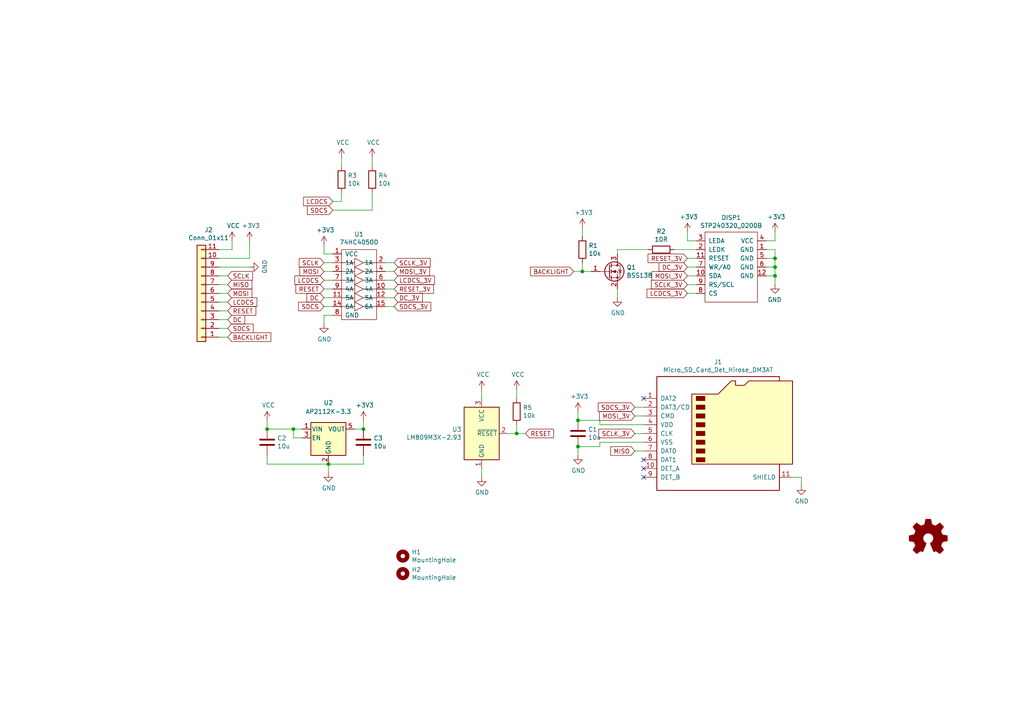
<source format=kicad_sch>
(kicad_sch (version 20211123) (generator eeschema)

  (uuid 4d540baf-5546-4f76-bdc1-cbf5fca8db72)

  (paper "A4")

  (lib_symbols
    (symbol "Connector:Micro_SD_Card_Det_Hirose_DM3AT" (pin_names (offset 1.016)) (in_bom yes) (on_board yes)
      (property "Reference" "J" (id 0) (at -16.51 17.78 0)
        (effects (font (size 1.27 1.27)))
      )
      (property "Value" "Micro_SD_Card_Det_Hirose_DM3AT" (id 1) (at 16.51 17.78 0)
        (effects (font (size 1.27 1.27)) (justify right))
      )
      (property "Footprint" "" (id 2) (at 52.07 17.78 0)
        (effects (font (size 1.27 1.27)) hide)
      )
      (property "Datasheet" "https://www.hirose.com/product/en/download_file/key_name/DM3/category/Catalog/doc_file_id/49662/?file_category_id=4&item_id=195&is_series=1" (id 3) (at 0 2.54 0)
        (effects (font (size 1.27 1.27)) hide)
      )
      (property "ki_keywords" "connector SD microsd" (id 4) (at 0 0 0)
        (effects (font (size 1.27 1.27)) hide)
      )
      (property "ki_description" "Micro SD Card Socket with card detection pins" (id 5) (at 0 0 0)
        (effects (font (size 1.27 1.27)) hide)
      )
      (property "ki_fp_filters" "microSD*" (id 6) (at 0 0 0)
        (effects (font (size 1.27 1.27)) hide)
      )
      (symbol "Micro_SD_Card_Det_Hirose_DM3AT_0_1"
        (rectangle (start -7.62 -6.985) (end -5.08 -8.255)
          (stroke (width 0) (type default) (color 0 0 0 0))
          (fill (type outline))
        )
        (rectangle (start -7.62 -4.445) (end -5.08 -5.715)
          (stroke (width 0) (type default) (color 0 0 0 0))
          (fill (type outline))
        )
        (rectangle (start -7.62 -1.905) (end -5.08 -3.175)
          (stroke (width 0) (type default) (color 0 0 0 0))
          (fill (type outline))
        )
        (rectangle (start -7.62 0.635) (end -5.08 -0.635)
          (stroke (width 0) (type default) (color 0 0 0 0))
          (fill (type outline))
        )
        (rectangle (start -7.62 3.175) (end -5.08 1.905)
          (stroke (width 0) (type default) (color 0 0 0 0))
          (fill (type outline))
        )
        (rectangle (start -7.62 5.715) (end -5.08 4.445)
          (stroke (width 0) (type default) (color 0 0 0 0))
          (fill (type outline))
        )
        (rectangle (start -7.62 8.255) (end -5.08 6.985)
          (stroke (width 0) (type default) (color 0 0 0 0))
          (fill (type outline))
        )
        (rectangle (start -7.62 10.795) (end -5.08 9.525)
          (stroke (width 0) (type default) (color 0 0 0 0))
          (fill (type outline))
        )
        (polyline
          (pts
            (xy 16.51 15.24)
            (xy 16.51 16.51)
            (xy -19.05 16.51)
            (xy -19.05 -16.51)
            (xy 16.51 -16.51)
            (xy 16.51 -8.89)
          )
          (stroke (width 0.254) (type default) (color 0 0 0 0))
          (fill (type none))
        )
        (polyline
          (pts
            (xy -8.89 -8.89)
            (xy -8.89 11.43)
            (xy -1.27 11.43)
            (xy 2.54 15.24)
            (xy 3.81 15.24)
            (xy 3.81 13.97)
            (xy 6.35 13.97)
            (xy 7.62 15.24)
            (xy 20.32 15.24)
            (xy 20.32 -8.89)
            (xy -8.89 -8.89)
          )
          (stroke (width 0.254) (type default) (color 0 0 0 0))
          (fill (type background))
        )
      )
      (symbol "Micro_SD_Card_Det_Hirose_DM3AT_1_1"
        (pin bidirectional line (at -22.86 10.16 0) (length 3.81)
          (name "DAT2" (effects (font (size 1.27 1.27))))
          (number "1" (effects (font (size 1.27 1.27))))
        )
        (pin passive line (at -22.86 -10.16 0) (length 3.81)
          (name "DET_A" (effects (font (size 1.27 1.27))))
          (number "10" (effects (font (size 1.27 1.27))))
        )
        (pin passive line (at 20.32 -12.7 180) (length 3.81)
          (name "SHIELD" (effects (font (size 1.27 1.27))))
          (number "11" (effects (font (size 1.27 1.27))))
        )
        (pin bidirectional line (at -22.86 7.62 0) (length 3.81)
          (name "DAT3/CD" (effects (font (size 1.27 1.27))))
          (number "2" (effects (font (size 1.27 1.27))))
        )
        (pin input line (at -22.86 5.08 0) (length 3.81)
          (name "CMD" (effects (font (size 1.27 1.27))))
          (number "3" (effects (font (size 1.27 1.27))))
        )
        (pin power_in line (at -22.86 2.54 0) (length 3.81)
          (name "VDD" (effects (font (size 1.27 1.27))))
          (number "4" (effects (font (size 1.27 1.27))))
        )
        (pin input line (at -22.86 0 0) (length 3.81)
          (name "CLK" (effects (font (size 1.27 1.27))))
          (number "5" (effects (font (size 1.27 1.27))))
        )
        (pin power_in line (at -22.86 -2.54 0) (length 3.81)
          (name "VSS" (effects (font (size 1.27 1.27))))
          (number "6" (effects (font (size 1.27 1.27))))
        )
        (pin bidirectional line (at -22.86 -5.08 0) (length 3.81)
          (name "DAT0" (effects (font (size 1.27 1.27))))
          (number "7" (effects (font (size 1.27 1.27))))
        )
        (pin bidirectional line (at -22.86 -7.62 0) (length 3.81)
          (name "DAT1" (effects (font (size 1.27 1.27))))
          (number "8" (effects (font (size 1.27 1.27))))
        )
        (pin passive line (at -22.86 -12.7 0) (length 3.81)
          (name "DET_B" (effects (font (size 1.27 1.27))))
          (number "9" (effects (font (size 1.27 1.27))))
        )
      )
    )
    (symbol "Connector_Generic:Conn_01x11" (pin_names (offset 1.016) hide) (in_bom yes) (on_board yes)
      (property "Reference" "J" (id 0) (at 0 15.24 0)
        (effects (font (size 1.27 1.27)))
      )
      (property "Value" "Conn_01x11" (id 1) (at 0 -15.24 0)
        (effects (font (size 1.27 1.27)))
      )
      (property "Footprint" "" (id 2) (at 0 0 0)
        (effects (font (size 1.27 1.27)) hide)
      )
      (property "Datasheet" "~" (id 3) (at 0 0 0)
        (effects (font (size 1.27 1.27)) hide)
      )
      (property "ki_keywords" "connector" (id 4) (at 0 0 0)
        (effects (font (size 1.27 1.27)) hide)
      )
      (property "ki_description" "Generic connector, single row, 01x11, script generated (kicad-library-utils/schlib/autogen/connector/)" (id 5) (at 0 0 0)
        (effects (font (size 1.27 1.27)) hide)
      )
      (property "ki_fp_filters" "Connector*:*_1x??_*" (id 6) (at 0 0 0)
        (effects (font (size 1.27 1.27)) hide)
      )
      (symbol "Conn_01x11_1_1"
        (rectangle (start -1.27 -12.573) (end 0 -12.827)
          (stroke (width 0.1524) (type default) (color 0 0 0 0))
          (fill (type none))
        )
        (rectangle (start -1.27 -10.033) (end 0 -10.287)
          (stroke (width 0.1524) (type default) (color 0 0 0 0))
          (fill (type none))
        )
        (rectangle (start -1.27 -7.493) (end 0 -7.747)
          (stroke (width 0.1524) (type default) (color 0 0 0 0))
          (fill (type none))
        )
        (rectangle (start -1.27 -4.953) (end 0 -5.207)
          (stroke (width 0.1524) (type default) (color 0 0 0 0))
          (fill (type none))
        )
        (rectangle (start -1.27 -2.413) (end 0 -2.667)
          (stroke (width 0.1524) (type default) (color 0 0 0 0))
          (fill (type none))
        )
        (rectangle (start -1.27 0.127) (end 0 -0.127)
          (stroke (width 0.1524) (type default) (color 0 0 0 0))
          (fill (type none))
        )
        (rectangle (start -1.27 2.667) (end 0 2.413)
          (stroke (width 0.1524) (type default) (color 0 0 0 0))
          (fill (type none))
        )
        (rectangle (start -1.27 5.207) (end 0 4.953)
          (stroke (width 0.1524) (type default) (color 0 0 0 0))
          (fill (type none))
        )
        (rectangle (start -1.27 7.747) (end 0 7.493)
          (stroke (width 0.1524) (type default) (color 0 0 0 0))
          (fill (type none))
        )
        (rectangle (start -1.27 10.287) (end 0 10.033)
          (stroke (width 0.1524) (type default) (color 0 0 0 0))
          (fill (type none))
        )
        (rectangle (start -1.27 12.827) (end 0 12.573)
          (stroke (width 0.1524) (type default) (color 0 0 0 0))
          (fill (type none))
        )
        (rectangle (start -1.27 13.97) (end 1.27 -13.97)
          (stroke (width 0.254) (type default) (color 0 0 0 0))
          (fill (type background))
        )
        (pin passive line (at -5.08 12.7 0) (length 3.81)
          (name "Pin_1" (effects (font (size 1.27 1.27))))
          (number "1" (effects (font (size 1.27 1.27))))
        )
        (pin passive line (at -5.08 -10.16 0) (length 3.81)
          (name "Pin_10" (effects (font (size 1.27 1.27))))
          (number "10" (effects (font (size 1.27 1.27))))
        )
        (pin passive line (at -5.08 -12.7 0) (length 3.81)
          (name "Pin_11" (effects (font (size 1.27 1.27))))
          (number "11" (effects (font (size 1.27 1.27))))
        )
        (pin passive line (at -5.08 10.16 0) (length 3.81)
          (name "Pin_2" (effects (font (size 1.27 1.27))))
          (number "2" (effects (font (size 1.27 1.27))))
        )
        (pin passive line (at -5.08 7.62 0) (length 3.81)
          (name "Pin_3" (effects (font (size 1.27 1.27))))
          (number "3" (effects (font (size 1.27 1.27))))
        )
        (pin passive line (at -5.08 5.08 0) (length 3.81)
          (name "Pin_4" (effects (font (size 1.27 1.27))))
          (number "4" (effects (font (size 1.27 1.27))))
        )
        (pin passive line (at -5.08 2.54 0) (length 3.81)
          (name "Pin_5" (effects (font (size 1.27 1.27))))
          (number "5" (effects (font (size 1.27 1.27))))
        )
        (pin passive line (at -5.08 0 0) (length 3.81)
          (name "Pin_6" (effects (font (size 1.27 1.27))))
          (number "6" (effects (font (size 1.27 1.27))))
        )
        (pin passive line (at -5.08 -2.54 0) (length 3.81)
          (name "Pin_7" (effects (font (size 1.27 1.27))))
          (number "7" (effects (font (size 1.27 1.27))))
        )
        (pin passive line (at -5.08 -5.08 0) (length 3.81)
          (name "Pin_8" (effects (font (size 1.27 1.27))))
          (number "8" (effects (font (size 1.27 1.27))))
        )
        (pin passive line (at -5.08 -7.62 0) (length 3.81)
          (name "Pin_9" (effects (font (size 1.27 1.27))))
          (number "9" (effects (font (size 1.27 1.27))))
        )
      )
    )
    (symbol "Device:C" (pin_numbers hide) (pin_names (offset 0.254)) (in_bom yes) (on_board yes)
      (property "Reference" "C" (id 0) (at 0.635 2.54 0)
        (effects (font (size 1.27 1.27)) (justify left))
      )
      (property "Value" "C" (id 1) (at 0.635 -2.54 0)
        (effects (font (size 1.27 1.27)) (justify left))
      )
      (property "Footprint" "" (id 2) (at 0.9652 -3.81 0)
        (effects (font (size 1.27 1.27)) hide)
      )
      (property "Datasheet" "~" (id 3) (at 0 0 0)
        (effects (font (size 1.27 1.27)) hide)
      )
      (property "ki_keywords" "cap capacitor" (id 4) (at 0 0 0)
        (effects (font (size 1.27 1.27)) hide)
      )
      (property "ki_description" "Unpolarized capacitor" (id 5) (at 0 0 0)
        (effects (font (size 1.27 1.27)) hide)
      )
      (property "ki_fp_filters" "C_*" (id 6) (at 0 0 0)
        (effects (font (size 1.27 1.27)) hide)
      )
      (symbol "C_0_1"
        (polyline
          (pts
            (xy -2.032 -0.762)
            (xy 2.032 -0.762)
          )
          (stroke (width 0.508) (type default) (color 0 0 0 0))
          (fill (type none))
        )
        (polyline
          (pts
            (xy -2.032 0.762)
            (xy 2.032 0.762)
          )
          (stroke (width 0.508) (type default) (color 0 0 0 0))
          (fill (type none))
        )
      )
      (symbol "C_1_1"
        (pin passive line (at 0 3.81 270) (length 2.794)
          (name "~" (effects (font (size 1.27 1.27))))
          (number "1" (effects (font (size 1.27 1.27))))
        )
        (pin passive line (at 0 -3.81 90) (length 2.794)
          (name "~" (effects (font (size 1.27 1.27))))
          (number "2" (effects (font (size 1.27 1.27))))
        )
      )
    )
    (symbol "Device:R" (pin_numbers hide) (pin_names (offset 0)) (in_bom yes) (on_board yes)
      (property "Reference" "R" (id 0) (at 2.032 0 90)
        (effects (font (size 1.27 1.27)))
      )
      (property "Value" "R" (id 1) (at 0 0 90)
        (effects (font (size 1.27 1.27)))
      )
      (property "Footprint" "" (id 2) (at -1.778 0 90)
        (effects (font (size 1.27 1.27)) hide)
      )
      (property "Datasheet" "~" (id 3) (at 0 0 0)
        (effects (font (size 1.27 1.27)) hide)
      )
      (property "ki_keywords" "R res resistor" (id 4) (at 0 0 0)
        (effects (font (size 1.27 1.27)) hide)
      )
      (property "ki_description" "Resistor" (id 5) (at 0 0 0)
        (effects (font (size 1.27 1.27)) hide)
      )
      (property "ki_fp_filters" "R_*" (id 6) (at 0 0 0)
        (effects (font (size 1.27 1.27)) hide)
      )
      (symbol "R_0_1"
        (rectangle (start -1.016 -2.54) (end 1.016 2.54)
          (stroke (width 0.254) (type default) (color 0 0 0 0))
          (fill (type none))
        )
      )
      (symbol "R_1_1"
        (pin passive line (at 0 3.81 270) (length 1.27)
          (name "~" (effects (font (size 1.27 1.27))))
          (number "1" (effects (font (size 1.27 1.27))))
        )
        (pin passive line (at 0 -3.81 90) (length 1.27)
          (name "~" (effects (font (size 1.27 1.27))))
          (number "2" (effects (font (size 1.27 1.27))))
        )
      )
    )
    (symbol "Graphic:Logo_Open_Hardware_Small" (pin_names (offset 1.016)) (in_bom yes) (on_board yes)
      (property "Reference" "#LOGO" (id 0) (at 0 6.985 0)
        (effects (font (size 1.27 1.27)) hide)
      )
      (property "Value" "Logo_Open_Hardware_Small" (id 1) (at 0 -5.715 0)
        (effects (font (size 1.27 1.27)) hide)
      )
      (property "Footprint" "" (id 2) (at 0 0 0)
        (effects (font (size 1.27 1.27)) hide)
      )
      (property "Datasheet" "~" (id 3) (at 0 0 0)
        (effects (font (size 1.27 1.27)) hide)
      )
      (property "ki_keywords" "Logo" (id 4) (at 0 0 0)
        (effects (font (size 1.27 1.27)) hide)
      )
      (property "ki_description" "Open Hardware logo, small" (id 5) (at 0 0 0)
        (effects (font (size 1.27 1.27)) hide)
      )
      (symbol "Logo_Open_Hardware_Small_0_1"
        (polyline
          (pts
            (xy 3.3528 -4.3434)
            (xy 3.302 -4.318)
            (xy 3.175 -4.2418)
            (xy 2.9972 -4.1148)
            (xy 2.7686 -3.9624)
            (xy 2.54 -3.81)
            (xy 2.3622 -3.7084)
            (xy 2.2352 -3.6068)
            (xy 2.1844 -3.5814)
            (xy 2.159 -3.6068)
            (xy 2.0574 -3.6576)
            (xy 1.905 -3.7338)
            (xy 1.8034 -3.7846)
            (xy 1.6764 -3.8354)
            (xy 1.6002 -3.8354)
            (xy 1.6002 -3.8354)
            (xy 1.5494 -3.7338)
            (xy 1.4732 -3.5306)
            (xy 1.3462 -3.302)
            (xy 1.2446 -3.0226)
            (xy 1.1176 -2.7178)
            (xy 0.9652 -2.413)
            (xy 0.8636 -2.1082)
            (xy 0.7366 -1.8288)
            (xy 0.6604 -1.6256)
            (xy 0.6096 -1.4732)
            (xy 0.5842 -1.397)
            (xy 0.5842 -1.397)
            (xy 0.6604 -1.3208)
            (xy 0.7874 -1.2446)
            (xy 1.0414 -1.016)
            (xy 1.2954 -0.6858)
            (xy 1.4478 -0.3302)
            (xy 1.524 0.0762)
            (xy 1.4732 0.4572)
            (xy 1.3208 0.8128)
            (xy 1.0668 1.143)
            (xy 0.762 1.3716)
            (xy 0.4064 1.524)
            (xy 0 1.5748)
            (xy -0.381 1.5494)
            (xy -0.7366 1.397)
            (xy -1.0668 1.143)
            (xy -1.2192 0.9906)
            (xy -1.397 0.6604)
            (xy -1.524 0.3048)
            (xy -1.524 0.2286)
            (xy -1.4986 -0.1778)
            (xy -1.397 -0.5334)
            (xy -1.1938 -0.8636)
            (xy -0.9144 -1.143)
            (xy -0.8636 -1.1684)
            (xy -0.7366 -1.27)
            (xy -0.635 -1.3462)
            (xy -0.5842 -1.397)
            (xy -1.0668 -2.5908)
            (xy -1.143 -2.794)
            (xy -1.2954 -3.1242)
            (xy -1.397 -3.4036)
            (xy -1.4986 -3.6322)
            (xy -1.5748 -3.7846)
            (xy -1.6002 -3.8354)
            (xy -1.6002 -3.8354)
            (xy -1.651 -3.8354)
            (xy -1.7272 -3.81)
            (xy -1.905 -3.7338)
            (xy -2.0066 -3.683)
            (xy -2.1336 -3.6068)
            (xy -2.2098 -3.5814)
            (xy -2.2606 -3.6068)
            (xy -2.3622 -3.683)
            (xy -2.54 -3.81)
            (xy -2.7686 -3.9624)
            (xy -2.9718 -4.0894)
            (xy -3.1496 -4.2164)
            (xy -3.302 -4.318)
            (xy -3.3528 -4.3434)
            (xy -3.3782 -4.3434)
            (xy -3.429 -4.318)
            (xy -3.5306 -4.2164)
            (xy -3.7084 -4.064)
            (xy -3.937 -3.8354)
            (xy -3.9624 -3.81)
            (xy -4.1656 -3.6068)
            (xy -4.318 -3.4544)
            (xy -4.4196 -3.3274)
            (xy -4.445 -3.2766)
            (xy -4.445 -3.2766)
            (xy -4.4196 -3.2258)
            (xy -4.318 -3.0734)
            (xy -4.2164 -2.8956)
            (xy -4.064 -2.667)
            (xy -3.6576 -2.0828)
            (xy -3.8862 -1.5494)
            (xy -3.937 -1.3716)
            (xy -4.0386 -1.1684)
            (xy -4.0894 -1.0414)
            (xy -4.1148 -0.9652)
            (xy -4.191 -0.9398)
            (xy -4.318 -0.9144)
            (xy -4.5466 -0.8636)
            (xy -4.8006 -0.8128)
            (xy -5.0546 -0.7874)
            (xy -5.2578 -0.7366)
            (xy -5.4356 -0.7112)
            (xy -5.5118 -0.6858)
            (xy -5.5118 -0.6858)
            (xy -5.5372 -0.635)
            (xy -5.5372 -0.5588)
            (xy -5.5372 -0.4318)
            (xy -5.5626 -0.2286)
            (xy -5.5626 0.0762)
            (xy -5.5626 0.127)
            (xy -5.5372 0.4064)
            (xy -5.5372 0.635)
            (xy -5.5372 0.762)
            (xy -5.5372 0.8382)
            (xy -5.5372 0.8382)
            (xy -5.461 0.8382)
            (xy -5.3086 0.889)
            (xy -5.08 0.9144)
            (xy -4.826 0.9652)
            (xy -4.8006 0.9906)
            (xy -4.5466 1.0414)
            (xy -4.318 1.0668)
            (xy -4.1656 1.1176)
            (xy -4.0894 1.143)
            (xy -4.0894 1.143)
            (xy -4.0386 1.2446)
            (xy -3.9624 1.4224)
            (xy -3.8608 1.6256)
            (xy -3.7846 1.8288)
            (xy -3.7084 2.0066)
            (xy -3.6576 2.159)
            (xy -3.6322 2.2098)
            (xy -3.6322 2.2098)
            (xy -3.683 2.286)
            (xy -3.7592 2.413)
            (xy -3.8862 2.5908)
            (xy -4.064 2.8194)
            (xy -4.064 2.8448)
            (xy -4.2164 3.0734)
            (xy -4.3434 3.2512)
            (xy -4.4196 3.3782)
            (xy -4.445 3.4544)
            (xy -4.445 3.4544)
            (xy -4.3942 3.5052)
            (xy -4.2926 3.6322)
            (xy -4.1148 3.81)
            (xy -3.937 4.0132)
            (xy -3.8608 4.064)
            (xy -3.6576 4.2926)
            (xy -3.5052 4.4196)
            (xy -3.4036 4.4958)
            (xy -3.3528 4.5212)
            (xy -3.3528 4.5212)
            (xy -3.302 4.4704)
            (xy -3.1496 4.3688)
            (xy -2.9718 4.2418)
            (xy -2.7432 4.0894)
            (xy -2.7178 4.0894)
            (xy -2.4892 3.937)
            (xy -2.3114 3.81)
            (xy -2.1844 3.7084)
            (xy -2.1336 3.683)
            (xy -2.1082 3.683)
            (xy -2.032 3.7084)
            (xy -1.8542 3.7592)
            (xy -1.6764 3.8354)
            (xy -1.4732 3.937)
            (xy -1.27 4.0132)
            (xy -1.143 4.064)
            (xy -1.0668 4.1148)
            (xy -1.0668 4.1148)
            (xy -1.0414 4.191)
            (xy -1.016 4.3434)
            (xy -0.9652 4.572)
            (xy -0.9144 4.8514)
            (xy -0.889 4.9022)
            (xy -0.8382 5.1562)
            (xy -0.8128 5.3848)
            (xy -0.7874 5.5372)
            (xy -0.762 5.588)
            (xy -0.7112 5.6134)
            (xy -0.5842 5.6134)
            (xy -0.4064 5.6134)
            (xy -0.1524 5.6134)
            (xy 0.0762 5.6134)
            (xy 0.3302 5.6134)
            (xy 0.5334 5.6134)
            (xy 0.6858 5.588)
            (xy 0.7366 5.588)
            (xy 0.7366 5.588)
            (xy 0.762 5.5118)
            (xy 0.8128 5.334)
            (xy 0.8382 5.1054)
            (xy 0.9144 4.826)
            (xy 0.9144 4.7752)
            (xy 0.9652 4.5212)
            (xy 1.016 4.2926)
            (xy 1.0414 4.1402)
            (xy 1.0668 4.0894)
            (xy 1.0668 4.0894)
            (xy 1.1938 4.0386)
            (xy 1.3716 3.9624)
            (xy 1.5748 3.8608)
            (xy 2.0828 3.6576)
            (xy 2.7178 4.0894)
            (xy 2.7686 4.1402)
            (xy 2.9972 4.2926)
            (xy 3.175 4.4196)
            (xy 3.302 4.4958)
            (xy 3.3782 4.5212)
            (xy 3.3782 4.5212)
            (xy 3.429 4.4704)
            (xy 3.556 4.3434)
            (xy 3.7338 4.191)
            (xy 3.9116 3.9878)
            (xy 4.064 3.8354)
            (xy 4.2418 3.6576)
            (xy 4.3434 3.556)
            (xy 4.4196 3.4798)
            (xy 4.4196 3.429)
            (xy 4.4196 3.4036)
            (xy 4.3942 3.3274)
            (xy 4.2926 3.2004)
            (xy 4.1656 2.9972)
            (xy 4.0132 2.794)
            (xy 3.8862 2.5908)
            (xy 3.7592 2.3876)
            (xy 3.6576 2.2352)
            (xy 3.6322 2.159)
            (xy 3.6322 2.1336)
            (xy 3.683 2.0066)
            (xy 3.7592 1.8288)
            (xy 3.8608 1.6002)
            (xy 4.064 1.1176)
            (xy 4.3942 1.0414)
            (xy 4.5974 1.016)
            (xy 4.8768 0.9652)
            (xy 5.1308 0.9144)
            (xy 5.5372 0.8382)
            (xy 5.5626 -0.6604)
            (xy 5.4864 -0.6858)
            (xy 5.4356 -0.6858)
            (xy 5.2832 -0.7366)
            (xy 5.0546 -0.762)
            (xy 4.8006 -0.8128)
            (xy 4.5974 -0.8636)
            (xy 4.3688 -0.9144)
            (xy 4.2164 -0.9398)
            (xy 4.1402 -0.9398)
            (xy 4.1148 -0.9652)
            (xy 4.064 -1.0668)
            (xy 3.9878 -1.2446)
            (xy 3.9116 -1.4478)
            (xy 3.81 -1.651)
            (xy 3.7338 -1.8542)
            (xy 3.683 -2.0066)
            (xy 3.6576 -2.0828)
            (xy 3.683 -2.1336)
            (xy 3.7846 -2.2606)
            (xy 3.8862 -2.4638)
            (xy 4.0386 -2.667)
            (xy 4.191 -2.8956)
            (xy 4.318 -3.0734)
            (xy 4.3942 -3.2004)
            (xy 4.445 -3.2766)
            (xy 4.4196 -3.3274)
            (xy 4.3434 -3.429)
            (xy 4.1656 -3.5814)
            (xy 3.937 -3.8354)
            (xy 3.8862 -3.8608)
            (xy 3.683 -4.064)
            (xy 3.5306 -4.2164)
            (xy 3.4036 -4.318)
            (xy 3.3528 -4.3434)
          )
          (stroke (width 0) (type default) (color 0 0 0 0))
          (fill (type outline))
        )
      )
    )
    (symbol "Mechanical:MountingHole" (pin_names (offset 1.016)) (in_bom yes) (on_board yes)
      (property "Reference" "H" (id 0) (at 0 5.08 0)
        (effects (font (size 1.27 1.27)))
      )
      (property "Value" "MountingHole" (id 1) (at 0 3.175 0)
        (effects (font (size 1.27 1.27)))
      )
      (property "Footprint" "" (id 2) (at 0 0 0)
        (effects (font (size 1.27 1.27)) hide)
      )
      (property "Datasheet" "~" (id 3) (at 0 0 0)
        (effects (font (size 1.27 1.27)) hide)
      )
      (property "ki_keywords" "mounting hole" (id 4) (at 0 0 0)
        (effects (font (size 1.27 1.27)) hide)
      )
      (property "ki_description" "Mounting Hole without connection" (id 5) (at 0 0 0)
        (effects (font (size 1.27 1.27)) hide)
      )
      (property "ki_fp_filters" "MountingHole*" (id 6) (at 0 0 0)
        (effects (font (size 1.27 1.27)) hide)
      )
      (symbol "MountingHole_0_1"
        (circle (center 0 0) (radius 1.27)
          (stroke (width 1.27) (type default) (color 0 0 0 0))
          (fill (type none))
        )
      )
    )
    (symbol "Power_Supervisor:LM809" (in_bom yes) (on_board yes)
      (property "Reference" "U" (id 0) (at 2.54 12.7 0)
        (effects (font (size 1.27 1.27)))
      )
      (property "Value" "LM809" (id 1) (at 5.08 10.16 0)
        (effects (font (size 1.27 1.27)))
      )
      (property "Footprint" "Package_TO_SOT_SMD:SOT-23" (id 2) (at 7.62 2.54 0)
        (effects (font (size 1.27 1.27)) hide)
      )
      (property "Datasheet" "http://www.ti.com/lit/ds/symlink/lm809.pdf" (id 3) (at 7.62 2.54 0)
        (effects (font (size 1.27 1.27)) hide)
      )
      (property "ki_keywords" "reset supervisor" (id 4) (at 0 0 0)
        (effects (font (size 1.27 1.27)) hide)
      )
      (property "ki_description" "Microprocessor Reset (active-low) Circuit, SOT-23" (id 5) (at 0 0 0)
        (effects (font (size 1.27 1.27)) hide)
      )
      (property "ki_fp_filters" "SOT?23*" (id 6) (at 0 0 0)
        (effects (font (size 1.27 1.27)) hide)
      )
      (symbol "LM809_0_1"
        (rectangle (start 5.08 7.62) (end -5.08 -7.62)
          (stroke (width 0.254) (type default) (color 0 0 0 0))
          (fill (type background))
        )
      )
      (symbol "LM809_1_1"
        (pin power_in line (at 0 -10.16 90) (length 2.54)
          (name "GND" (effects (font (size 1.27 1.27))))
          (number "1" (effects (font (size 1.27 1.27))))
        )
        (pin output line (at 7.62 0 180) (length 2.54)
          (name "~{RESET}" (effects (font (size 1.27 1.27))))
          (number "2" (effects (font (size 1.27 1.27))))
        )
        (pin power_in line (at 0 10.16 270) (length 2.54)
          (name "VCC" (effects (font (size 1.27 1.27))))
          (number "3" (effects (font (size 1.27 1.27))))
        )
      )
    )
    (symbol "Regulator_Linear:AP2112K-3.3" (pin_names (offset 0.254)) (in_bom yes) (on_board yes)
      (property "Reference" "U" (id 0) (at -5.08 5.715 0)
        (effects (font (size 1.27 1.27)) (justify left))
      )
      (property "Value" "AP2112K-3.3" (id 1) (at 0 5.715 0)
        (effects (font (size 1.27 1.27)) (justify left))
      )
      (property "Footprint" "Package_TO_SOT_SMD:SOT-23-5" (id 2) (at 0 8.255 0)
        (effects (font (size 1.27 1.27)) hide)
      )
      (property "Datasheet" "https://www.diodes.com/assets/Datasheets/AP2112.pdf" (id 3) (at 0 2.54 0)
        (effects (font (size 1.27 1.27)) hide)
      )
      (property "ki_keywords" "linear regulator ldo fixed positive" (id 4) (at 0 0 0)
        (effects (font (size 1.27 1.27)) hide)
      )
      (property "ki_description" "600mA low dropout linear regulator, with enable pin, 3.8V-6V input voltage range, 3.3V fixed positive output, SOT-23-5" (id 5) (at 0 0 0)
        (effects (font (size 1.27 1.27)) hide)
      )
      (property "ki_fp_filters" "SOT?23?5*" (id 6) (at 0 0 0)
        (effects (font (size 1.27 1.27)) hide)
      )
      (symbol "AP2112K-3.3_0_1"
        (rectangle (start -5.08 4.445) (end 5.08 -5.08)
          (stroke (width 0.254) (type default) (color 0 0 0 0))
          (fill (type background))
        )
      )
      (symbol "AP2112K-3.3_1_1"
        (pin power_in line (at -7.62 2.54 0) (length 2.54)
          (name "VIN" (effects (font (size 1.27 1.27))))
          (number "1" (effects (font (size 1.27 1.27))))
        )
        (pin power_in line (at 0 -7.62 90) (length 2.54)
          (name "GND" (effects (font (size 1.27 1.27))))
          (number "2" (effects (font (size 1.27 1.27))))
        )
        (pin input line (at -7.62 0 0) (length 2.54)
          (name "EN" (effects (font (size 1.27 1.27))))
          (number "3" (effects (font (size 1.27 1.27))))
        )
        (pin no_connect line (at 5.08 0 180) (length 2.54) hide
          (name "NC" (effects (font (size 1.27 1.27))))
          (number "4" (effects (font (size 1.27 1.27))))
        )
        (pin power_out line (at 7.62 2.54 180) (length 2.54)
          (name "VOUT" (effects (font (size 1.27 1.27))))
          (number "5" (effects (font (size 1.27 1.27))))
        )
      )
    )
    (symbol "Transistor_FET:BSS138" (pin_names hide) (in_bom yes) (on_board yes)
      (property "Reference" "Q" (id 0) (at 5.08 1.905 0)
        (effects (font (size 1.27 1.27)) (justify left))
      )
      (property "Value" "BSS138" (id 1) (at 5.08 0 0)
        (effects (font (size 1.27 1.27)) (justify left))
      )
      (property "Footprint" "Package_TO_SOT_SMD:SOT-23" (id 2) (at 5.08 -1.905 0)
        (effects (font (size 1.27 1.27) italic) (justify left) hide)
      )
      (property "Datasheet" "https://www.onsemi.com/pub/Collateral/BSS138-D.PDF" (id 3) (at 0 0 0)
        (effects (font (size 1.27 1.27)) (justify left) hide)
      )
      (property "ki_keywords" "N-Channel MOSFET" (id 4) (at 0 0 0)
        (effects (font (size 1.27 1.27)) hide)
      )
      (property "ki_description" "50V Vds, 0.22A Id, N-Channel MOSFET, SOT-23" (id 5) (at 0 0 0)
        (effects (font (size 1.27 1.27)) hide)
      )
      (property "ki_fp_filters" "SOT?23*" (id 6) (at 0 0 0)
        (effects (font (size 1.27 1.27)) hide)
      )
      (symbol "BSS138_0_1"
        (polyline
          (pts
            (xy 0.254 0)
            (xy -2.54 0)
          )
          (stroke (width 0) (type default) (color 0 0 0 0))
          (fill (type none))
        )
        (polyline
          (pts
            (xy 0.254 1.905)
            (xy 0.254 -1.905)
          )
          (stroke (width 0.254) (type default) (color 0 0 0 0))
          (fill (type none))
        )
        (polyline
          (pts
            (xy 0.762 -1.27)
            (xy 0.762 -2.286)
          )
          (stroke (width 0.254) (type default) (color 0 0 0 0))
          (fill (type none))
        )
        (polyline
          (pts
            (xy 0.762 0.508)
            (xy 0.762 -0.508)
          )
          (stroke (width 0.254) (type default) (color 0 0 0 0))
          (fill (type none))
        )
        (polyline
          (pts
            (xy 0.762 2.286)
            (xy 0.762 1.27)
          )
          (stroke (width 0.254) (type default) (color 0 0 0 0))
          (fill (type none))
        )
        (polyline
          (pts
            (xy 2.54 2.54)
            (xy 2.54 1.778)
          )
          (stroke (width 0) (type default) (color 0 0 0 0))
          (fill (type none))
        )
        (polyline
          (pts
            (xy 2.54 -2.54)
            (xy 2.54 0)
            (xy 0.762 0)
          )
          (stroke (width 0) (type default) (color 0 0 0 0))
          (fill (type none))
        )
        (polyline
          (pts
            (xy 0.762 -1.778)
            (xy 3.302 -1.778)
            (xy 3.302 1.778)
            (xy 0.762 1.778)
          )
          (stroke (width 0) (type default) (color 0 0 0 0))
          (fill (type none))
        )
        (polyline
          (pts
            (xy 1.016 0)
            (xy 2.032 0.381)
            (xy 2.032 -0.381)
            (xy 1.016 0)
          )
          (stroke (width 0) (type default) (color 0 0 0 0))
          (fill (type outline))
        )
        (polyline
          (pts
            (xy 2.794 0.508)
            (xy 2.921 0.381)
            (xy 3.683 0.381)
            (xy 3.81 0.254)
          )
          (stroke (width 0) (type default) (color 0 0 0 0))
          (fill (type none))
        )
        (polyline
          (pts
            (xy 3.302 0.381)
            (xy 2.921 -0.254)
            (xy 3.683 -0.254)
            (xy 3.302 0.381)
          )
          (stroke (width 0) (type default) (color 0 0 0 0))
          (fill (type none))
        )
        (circle (center 1.651 0) (radius 2.794)
          (stroke (width 0.254) (type default) (color 0 0 0 0))
          (fill (type none))
        )
        (circle (center 2.54 -1.778) (radius 0.254)
          (stroke (width 0) (type default) (color 0 0 0 0))
          (fill (type outline))
        )
        (circle (center 2.54 1.778) (radius 0.254)
          (stroke (width 0) (type default) (color 0 0 0 0))
          (fill (type outline))
        )
      )
      (symbol "BSS138_1_1"
        (pin input line (at -5.08 0 0) (length 2.54)
          (name "G" (effects (font (size 1.27 1.27))))
          (number "1" (effects (font (size 1.27 1.27))))
        )
        (pin passive line (at 2.54 -5.08 90) (length 2.54)
          (name "S" (effects (font (size 1.27 1.27))))
          (number "2" (effects (font (size 1.27 1.27))))
        )
        (pin passive line (at 2.54 5.08 270) (length 2.54)
          (name "D" (effects (font (size 1.27 1.27))))
          (number "3" (effects (font (size 1.27 1.27))))
        )
      )
    )
    (symbol "gigahawk:74HC4050D" (pin_names (offset 1.016)) (in_bom yes) (on_board yes)
      (property "Reference" "U" (id 0) (at 0 3.81 0)
        (effects (font (size 1.27 1.27)))
      )
      (property "Value" "74HC4050D" (id 1) (at 0 1.27 0)
        (effects (font (size 1.27 1.27)))
      )
      (property "Footprint" "Package_SO:SOIC-16_3.9x9.9mm_P1.27mm" (id 2) (at 0 -21.59 0)
        (effects (font (size 1.27 1.27)) hide)
      )
      (property "Datasheet" "" (id 3) (at 0 1.27 0)
        (effects (font (size 1.27 1.27)) hide)
      )
      (symbol "74HC4050D_0_1"
        (rectangle (start -5.08 0) (end 5.08 -20.32)
          (stroke (width 0) (type default) (color 0 0 0 0))
          (fill (type none))
        )
        (polyline
          (pts
            (xy 1.27 -16.51)
            (xy 5.08 -16.51)
          )
          (stroke (width 0) (type default) (color 0 0 0 0))
          (fill (type none))
        )
        (polyline
          (pts
            (xy 1.27 -13.97)
            (xy 5.08 -13.97)
          )
          (stroke (width 0) (type default) (color 0 0 0 0))
          (fill (type none))
        )
        (polyline
          (pts
            (xy 1.27 -11.43)
            (xy 5.08 -11.43)
          )
          (stroke (width 0) (type default) (color 0 0 0 0))
          (fill (type none))
        )
        (polyline
          (pts
            (xy 1.27 -8.89)
            (xy 5.08 -8.89)
          )
          (stroke (width 0) (type default) (color 0 0 0 0))
          (fill (type none))
        )
        (polyline
          (pts
            (xy 1.27 -6.35)
            (xy 5.08 -6.35)
          )
          (stroke (width 0) (type default) (color 0 0 0 0))
          (fill (type none))
        )
        (polyline
          (pts
            (xy 5.08 -3.81)
            (xy 1.27 -3.81)
          )
          (stroke (width 0) (type default) (color 0 0 0 0))
          (fill (type none))
        )
        (polyline
          (pts
            (xy -5.08 -16.51)
            (xy -1.27 -16.51)
            (xy -1.27 -15.24)
            (xy 1.27 -16.51)
            (xy -1.27 -17.78)
            (xy -1.27 -16.51)
          )
          (stroke (width 0) (type default) (color 0 0 0 0))
          (fill (type none))
        )
        (polyline
          (pts
            (xy -5.08 -13.97)
            (xy -1.27 -13.97)
            (xy -1.27 -12.7)
            (xy 1.27 -13.97)
            (xy -1.27 -15.24)
            (xy -1.27 -13.97)
          )
          (stroke (width 0) (type default) (color 0 0 0 0))
          (fill (type none))
        )
        (polyline
          (pts
            (xy -5.08 -11.43)
            (xy -1.27 -11.43)
            (xy -1.27 -10.16)
            (xy 1.27 -11.43)
            (xy -1.27 -12.7)
            (xy -1.27 -11.43)
          )
          (stroke (width 0) (type default) (color 0 0 0 0))
          (fill (type none))
        )
        (polyline
          (pts
            (xy -5.08 -8.89)
            (xy -1.27 -8.89)
            (xy -1.27 -7.62)
            (xy 1.27 -8.89)
            (xy -1.27 -10.16)
            (xy -1.27 -8.89)
          )
          (stroke (width 0) (type default) (color 0 0 0 0))
          (fill (type none))
        )
        (polyline
          (pts
            (xy -5.08 -6.35)
            (xy -1.27 -6.35)
            (xy -1.27 -5.08)
            (xy 1.27 -6.35)
            (xy -1.27 -7.62)
            (xy -1.27 -6.35)
          )
          (stroke (width 0) (type default) (color 0 0 0 0))
          (fill (type none))
        )
        (polyline
          (pts
            (xy -5.08 -3.81)
            (xy -1.27 -3.81)
            (xy -1.27 -2.54)
            (xy 1.27 -3.81)
            (xy -1.27 -5.08)
            (xy -1.27 -3.81)
          )
          (stroke (width 0) (type default) (color 0 0 0 0))
          (fill (type none))
        )
      )
      (symbol "74HC4050D_1_1"
        (pin input line (at -7.62 -1.27 0) (length 2.54)
          (name "VCC" (effects (font (size 1.27 1.27))))
          (number "1" (effects (font (size 1.27 1.27))))
        )
        (pin input line (at 7.62 -11.43 180) (length 2.54)
          (name "4A" (effects (font (size 1.27 1.27))))
          (number "10" (effects (font (size 1.27 1.27))))
        )
        (pin input line (at -7.62 -13.97 0) (length 2.54)
          (name "5A" (effects (font (size 1.27 1.27))))
          (number "11" (effects (font (size 1.27 1.27))))
        )
        (pin input line (at 7.62 -13.97 180) (length 2.54)
          (name "5A" (effects (font (size 1.27 1.27))))
          (number "12" (effects (font (size 1.27 1.27))))
        )
        (pin input line (at -7.62 -16.51 0) (length 2.54)
          (name "6A" (effects (font (size 1.27 1.27))))
          (number "14" (effects (font (size 1.27 1.27))))
        )
        (pin input line (at 7.62 -16.51 180) (length 2.54)
          (name "6A" (effects (font (size 1.27 1.27))))
          (number "15" (effects (font (size 1.27 1.27))))
        )
        (pin input line (at 7.62 -3.81 180) (length 2.54)
          (name "1A" (effects (font (size 1.27 1.27))))
          (number "2" (effects (font (size 1.27 1.27))))
        )
        (pin input line (at -7.62 -3.81 0) (length 2.54)
          (name "1A" (effects (font (size 1.27 1.27))))
          (number "3" (effects (font (size 1.27 1.27))))
        )
        (pin input line (at 7.62 -6.35 180) (length 2.54)
          (name "2A" (effects (font (size 1.27 1.27))))
          (number "4" (effects (font (size 1.27 1.27))))
        )
        (pin input line (at -7.62 -6.35 0) (length 2.54)
          (name "2A" (effects (font (size 1.27 1.27))))
          (number "5" (effects (font (size 1.27 1.27))))
        )
        (pin input line (at 7.62 -8.89 180) (length 2.54)
          (name "3A" (effects (font (size 1.27 1.27))))
          (number "6" (effects (font (size 1.27 1.27))))
        )
        (pin input line (at -7.62 -8.89 0) (length 2.54)
          (name "3A" (effects (font (size 1.27 1.27))))
          (number "7" (effects (font (size 1.27 1.27))))
        )
        (pin input line (at -7.62 -19.05 0) (length 2.54)
          (name "GND" (effects (font (size 1.27 1.27))))
          (number "8" (effects (font (size 1.27 1.27))))
        )
        (pin input line (at -7.62 -11.43 0) (length 2.54)
          (name "4A" (effects (font (size 1.27 1.27))))
          (number "9" (effects (font (size 1.27 1.27))))
        )
      )
    )
    (symbol "gigahawk:STP240320_0200B" (pin_names (offset 1.016)) (in_bom yes) (on_board yes)
      (property "Reference" "DISP" (id 0) (at 0 1.27 0)
        (effects (font (size 1.27 1.27)))
      )
      (property "Value" "STP240320_0200B" (id 1) (at 1.27 3.81 0)
        (effects (font (size 1.27 1.27)))
      )
      (property "Footprint" "" (id 2) (at 0 0 0)
        (effects (font (size 1.27 1.27)) hide)
      )
      (property "Datasheet" "" (id 3) (at 0 0 0)
        (effects (font (size 1.27 1.27)) hide)
      )
      (symbol "STP240320_0200B_0_1"
        (rectangle (start -7.62 0) (end 7.62 -20.32)
          (stroke (width 0) (type default) (color 0 0 0 0))
          (fill (type none))
        )
      )
      (symbol "STP240320_0200B_1_1"
        (pin input line (at -10.16 -5.08 0) (length 2.54)
          (name "GND" (effects (font (size 1.27 1.27))))
          (number "1" (effects (font (size 1.27 1.27))))
        )
        (pin input line (at 10.16 -12.7 180) (length 2.54)
          (name "SDA" (effects (font (size 1.27 1.27))))
          (number "10" (effects (font (size 1.27 1.27))))
        )
        (pin input line (at 10.16 -7.62 180) (length 2.54)
          (name "RESET" (effects (font (size 1.27 1.27))))
          (number "11" (effects (font (size 1.27 1.27))))
        )
        (pin input line (at -10.16 -12.7 0) (length 2.54)
          (name "GND" (effects (font (size 1.27 1.27))))
          (number "12" (effects (font (size 1.27 1.27))))
        )
        (pin input line (at 10.16 -5.08 180) (length 2.54)
          (name "LEDK" (effects (font (size 1.27 1.27))))
          (number "2" (effects (font (size 1.27 1.27))))
        )
        (pin input line (at 10.16 -2.54 180) (length 2.54)
          (name "LEDA" (effects (font (size 1.27 1.27))))
          (number "3" (effects (font (size 1.27 1.27))))
        )
        (pin input line (at -10.16 -2.54 0) (length 2.54)
          (name "VCC" (effects (font (size 1.27 1.27))))
          (number "4" (effects (font (size 1.27 1.27))))
        )
        (pin input line (at -10.16 -7.62 0) (length 2.54)
          (name "GND" (effects (font (size 1.27 1.27))))
          (number "5" (effects (font (size 1.27 1.27))))
        )
        (pin input line (at -10.16 -10.16 0) (length 2.54)
          (name "GND" (effects (font (size 1.27 1.27))))
          (number "6" (effects (font (size 1.27 1.27))))
        )
        (pin input line (at 10.16 -10.16 180) (length 2.54)
          (name "WR/A0" (effects (font (size 1.27 1.27))))
          (number "7" (effects (font (size 1.27 1.27))))
        )
        (pin input line (at 10.16 -17.78 180) (length 2.54)
          (name "CS" (effects (font (size 1.27 1.27))))
          (number "8" (effects (font (size 1.27 1.27))))
        )
        (pin input line (at 10.16 -15.24 180) (length 2.54)
          (name "RS/SCL" (effects (font (size 1.27 1.27))))
          (number "9" (effects (font (size 1.27 1.27))))
        )
      )
    )
    (symbol "power:+3V3" (power) (pin_names (offset 0)) (in_bom yes) (on_board yes)
      (property "Reference" "#PWR" (id 0) (at 0 -3.81 0)
        (effects (font (size 1.27 1.27)) hide)
      )
      (property "Value" "+3V3" (id 1) (at 0 3.556 0)
        (effects (font (size 1.27 1.27)))
      )
      (property "Footprint" "" (id 2) (at 0 0 0)
        (effects (font (size 1.27 1.27)) hide)
      )
      (property "Datasheet" "" (id 3) (at 0 0 0)
        (effects (font (size 1.27 1.27)) hide)
      )
      (property "ki_keywords" "power-flag" (id 4) (at 0 0 0)
        (effects (font (size 1.27 1.27)) hide)
      )
      (property "ki_description" "Power symbol creates a global label with name \"+3V3\"" (id 5) (at 0 0 0)
        (effects (font (size 1.27 1.27)) hide)
      )
      (symbol "+3V3_0_1"
        (polyline
          (pts
            (xy -0.762 1.27)
            (xy 0 2.54)
          )
          (stroke (width 0) (type default) (color 0 0 0 0))
          (fill (type none))
        )
        (polyline
          (pts
            (xy 0 0)
            (xy 0 2.54)
          )
          (stroke (width 0) (type default) (color 0 0 0 0))
          (fill (type none))
        )
        (polyline
          (pts
            (xy 0 2.54)
            (xy 0.762 1.27)
          )
          (stroke (width 0) (type default) (color 0 0 0 0))
          (fill (type none))
        )
      )
      (symbol "+3V3_1_1"
        (pin power_in line (at 0 0 90) (length 0) hide
          (name "+3V3" (effects (font (size 1.27 1.27))))
          (number "1" (effects (font (size 1.27 1.27))))
        )
      )
    )
    (symbol "power:GND" (power) (pin_names (offset 0)) (in_bom yes) (on_board yes)
      (property "Reference" "#PWR" (id 0) (at 0 -6.35 0)
        (effects (font (size 1.27 1.27)) hide)
      )
      (property "Value" "GND" (id 1) (at 0 -3.81 0)
        (effects (font (size 1.27 1.27)))
      )
      (property "Footprint" "" (id 2) (at 0 0 0)
        (effects (font (size 1.27 1.27)) hide)
      )
      (property "Datasheet" "" (id 3) (at 0 0 0)
        (effects (font (size 1.27 1.27)) hide)
      )
      (property "ki_keywords" "power-flag" (id 4) (at 0 0 0)
        (effects (font (size 1.27 1.27)) hide)
      )
      (property "ki_description" "Power symbol creates a global label with name \"GND\" , ground" (id 5) (at 0 0 0)
        (effects (font (size 1.27 1.27)) hide)
      )
      (symbol "GND_0_1"
        (polyline
          (pts
            (xy 0 0)
            (xy 0 -1.27)
            (xy 1.27 -1.27)
            (xy 0 -2.54)
            (xy -1.27 -1.27)
            (xy 0 -1.27)
          )
          (stroke (width 0) (type default) (color 0 0 0 0))
          (fill (type none))
        )
      )
      (symbol "GND_1_1"
        (pin power_in line (at 0 0 270) (length 0) hide
          (name "GND" (effects (font (size 1.27 1.27))))
          (number "1" (effects (font (size 1.27 1.27))))
        )
      )
    )
    (symbol "power:VCC" (power) (pin_names (offset 0)) (in_bom yes) (on_board yes)
      (property "Reference" "#PWR" (id 0) (at 0 -3.81 0)
        (effects (font (size 1.27 1.27)) hide)
      )
      (property "Value" "VCC" (id 1) (at 0 3.81 0)
        (effects (font (size 1.27 1.27)))
      )
      (property "Footprint" "" (id 2) (at 0 0 0)
        (effects (font (size 1.27 1.27)) hide)
      )
      (property "Datasheet" "" (id 3) (at 0 0 0)
        (effects (font (size 1.27 1.27)) hide)
      )
      (property "ki_keywords" "power-flag" (id 4) (at 0 0 0)
        (effects (font (size 1.27 1.27)) hide)
      )
      (property "ki_description" "Power symbol creates a global label with name \"VCC\"" (id 5) (at 0 0 0)
        (effects (font (size 1.27 1.27)) hide)
      )
      (symbol "VCC_0_1"
        (polyline
          (pts
            (xy -0.762 1.27)
            (xy 0 2.54)
          )
          (stroke (width 0) (type default) (color 0 0 0 0))
          (fill (type none))
        )
        (polyline
          (pts
            (xy 0 0)
            (xy 0 2.54)
          )
          (stroke (width 0) (type default) (color 0 0 0 0))
          (fill (type none))
        )
        (polyline
          (pts
            (xy 0 2.54)
            (xy 0.762 1.27)
          )
          (stroke (width 0) (type default) (color 0 0 0 0))
          (fill (type none))
        )
      )
      (symbol "VCC_1_1"
        (pin power_in line (at 0 0 90) (length 0) hide
          (name "VCC" (effects (font (size 1.27 1.27))))
          (number "1" (effects (font (size 1.27 1.27))))
        )
      )
    )
  )

  (junction (at 224.79 74.93) (diameter 0) (color 0 0 0 0)
    (uuid 002a8bc8-f1a4-47df-b829-80332cbd0a55)
  )
  (junction (at 167.64 129.54) (diameter 0) (color 0 0 0 0)
    (uuid 1d58775f-8dc0-43ed-ae46-16a5620084cc)
  )
  (junction (at 224.79 80.01) (diameter 0) (color 0 0 0 0)
    (uuid 48e47cea-8330-4866-ad6b-c2ce19b25dd9)
  )
  (junction (at 224.79 77.47) (diameter 0) (color 0 0 0 0)
    (uuid 8fbdc50a-7ed4-4a1f-9f78-a2becb9dc49a)
  )
  (junction (at 149.86 125.73) (diameter 0) (color 0 0 0 0)
    (uuid a21b62f4-3226-477b-b687-9324c0f85c2a)
  )
  (junction (at 105.41 124.46) (diameter 0) (color 0 0 0 0)
    (uuid a5057a98-ff0d-459b-a4ae-8d258118e5e3)
  )
  (junction (at 77.47 124.46) (diameter 0) (color 0 0 0 0)
    (uuid bdbf963a-1869-4bdd-bb88-6e7b1a885e55)
  )
  (junction (at 168.91 78.74) (diameter 0) (color 0 0 0 0)
    (uuid dfdf23a1-09b9-491c-86e9-e7c8488384b0)
  )
  (junction (at 167.64 121.92) (diameter 0) (color 0 0 0 0)
    (uuid e01651c9-6679-4893-9499-916fdaa185ca)
  )
  (junction (at 85.09 124.46) (diameter 0) (color 0 0 0 0)
    (uuid ee107dd7-ddf4-4633-9bb1-86e1f6b37691)
  )
  (junction (at 95.25 134.62) (diameter 0) (color 0 0 0 0)
    (uuid f368f890-9b88-4520-ad2b-582f9abc2a72)
  )

  (no_connect (at 186.69 115.57) (uuid 1f7960c8-0b9b-4ff5-b8d0-a9fce079d2ba))
  (no_connect (at 186.69 138.43) (uuid 2a3b57f4-aaf7-4fcf-8f9f-ffbe2ebb90ce))
  (no_connect (at 186.69 133.35) (uuid 462335da-e062-4ea3-9ca2-884064ce8666))
  (no_connect (at 186.69 135.89) (uuid a069bc98-2624-4a6a-b051-e4a731bfe3d9))

  (wire (pts (xy 149.86 115.57) (xy 149.86 113.03))
    (stroke (width 0) (type default) (color 0 0 0 0))
    (uuid 012d73cb-a957-485d-903f-61a0d42e45dd)
  )
  (wire (pts (xy 152.4 125.73) (xy 149.86 125.73))
    (stroke (width 0) (type default) (color 0 0 0 0))
    (uuid 02580c4a-1a23-4988-9d8f-139ce5d919a5)
  )
  (wire (pts (xy 222.25 77.47) (xy 224.79 77.47))
    (stroke (width 0) (type default) (color 0 0 0 0))
    (uuid 063cc2ab-38cd-4647-be2a-0ab8b6363dbc)
  )
  (wire (pts (xy 99.06 48.26) (xy 99.06 45.72))
    (stroke (width 0) (type default) (color 0 0 0 0))
    (uuid 08daad25-9278-45c8-823b-d00310813df6)
  )
  (wire (pts (xy 184.15 125.73) (xy 186.69 125.73))
    (stroke (width 0) (type default) (color 0 0 0 0))
    (uuid 0dcac320-bde8-4e52-aa8d-50d3a61d6702)
  )
  (wire (pts (xy 111.76 88.9) (xy 114.3 88.9))
    (stroke (width 0) (type default) (color 0 0 0 0))
    (uuid 0f5c6f1b-7ab3-4005-bc0a-b979974223f4)
  )
  (wire (pts (xy 77.47 121.92) (xy 77.47 124.46))
    (stroke (width 0) (type default) (color 0 0 0 0))
    (uuid 0faac868-0f8a-46f4-8a01-f9708be3d0e3)
  )
  (wire (pts (xy 87.63 127) (xy 85.09 127))
    (stroke (width 0) (type default) (color 0 0 0 0))
    (uuid 11c116be-0656-4c5f-97ec-8c3a99de83a5)
  )
  (wire (pts (xy 179.07 72.39) (xy 187.96 72.39))
    (stroke (width 0) (type default) (color 0 0 0 0))
    (uuid 15d7a1c6-0934-48d0-90c1-e817c3cf077a)
  )
  (wire (pts (xy 222.25 74.93) (xy 224.79 74.93))
    (stroke (width 0) (type default) (color 0 0 0 0))
    (uuid 198c5b64-79f4-461b-a285-8be2a9e84e5a)
  )
  (wire (pts (xy 66.04 90.17) (xy 63.5 90.17))
    (stroke (width 0) (type default) (color 0 0 0 0))
    (uuid 1a17a2e5-b156-4540-9b36-ed8fadea645a)
  )
  (wire (pts (xy 66.04 97.79) (xy 63.5 97.79))
    (stroke (width 0) (type default) (color 0 0 0 0))
    (uuid 1df94faa-5be7-4e4b-b888-bae2a76de424)
  )
  (wire (pts (xy 222.25 69.85) (xy 224.79 69.85))
    (stroke (width 0) (type default) (color 0 0 0 0))
    (uuid 2116c69c-2ac9-40e6-81ce-a33b92b011b7)
  )
  (wire (pts (xy 179.07 72.39) (xy 179.07 73.66))
    (stroke (width 0) (type default) (color 0 0 0 0))
    (uuid 244b44b1-638d-45d0-bf00-0e9fb7189b2f)
  )
  (wire (pts (xy 96.52 73.66) (xy 93.98 73.66))
    (stroke (width 0) (type default) (color 0 0 0 0))
    (uuid 24a930a1-1fa7-493d-aafc-2c85a461a249)
  )
  (wire (pts (xy 139.7 138.43) (xy 139.7 135.89))
    (stroke (width 0) (type default) (color 0 0 0 0))
    (uuid 2553adaf-f3da-44d7-9f7a-1103f233af16)
  )
  (wire (pts (xy 224.79 74.93) (xy 224.79 77.47))
    (stroke (width 0) (type default) (color 0 0 0 0))
    (uuid 25bf0657-f9f0-4e91-9a15-bd4eca81aede)
  )
  (wire (pts (xy 173.99 129.54) (xy 167.64 129.54))
    (stroke (width 0) (type default) (color 0 0 0 0))
    (uuid 297c425a-d8fa-4285-b937-f91bf1c6867d)
  )
  (wire (pts (xy 186.69 130.81) (xy 184.15 130.81))
    (stroke (width 0) (type default) (color 0 0 0 0))
    (uuid 2cf5fd2f-a9b8-4b3d-bbc3-2419ee28612b)
  )
  (wire (pts (xy 201.93 74.93) (xy 199.39 74.93))
    (stroke (width 0) (type default) (color 0 0 0 0))
    (uuid 2f0fc04a-1c91-4a8e-a2e9-773249465755)
  )
  (wire (pts (xy 199.39 69.85) (xy 199.39 67.31))
    (stroke (width 0) (type default) (color 0 0 0 0))
    (uuid 30246ffd-464c-42fa-a4de-364d6231ae2b)
  )
  (wire (pts (xy 107.95 48.26) (xy 107.95 45.72))
    (stroke (width 0) (type default) (color 0 0 0 0))
    (uuid 3f6650de-1465-43d3-863b-c2a1ff193514)
  )
  (wire (pts (xy 195.58 72.39) (xy 201.93 72.39))
    (stroke (width 0) (type default) (color 0 0 0 0))
    (uuid 44722ce7-a6b6-4b1f-abf0-41d8b9c3c7c0)
  )
  (wire (pts (xy 63.5 77.47) (xy 72.39 77.47))
    (stroke (width 0) (type default) (color 0 0 0 0))
    (uuid 46bb09cc-e10d-493a-9082-cb8cbbe48a22)
  )
  (wire (pts (xy 147.32 125.73) (xy 149.86 125.73))
    (stroke (width 0) (type default) (color 0 0 0 0))
    (uuid 4946a6eb-94f0-4828-9ec4-fd54550592bc)
  )
  (wire (pts (xy 166.37 78.74) (xy 168.91 78.74))
    (stroke (width 0) (type default) (color 0 0 0 0))
    (uuid 4b49b7ad-2287-409c-a6ae-70da379916a9)
  )
  (wire (pts (xy 77.47 134.62) (xy 95.25 134.62))
    (stroke (width 0) (type default) (color 0 0 0 0))
    (uuid 4ba19b09-cf62-4e8e-927e-cf9b4b77eb48)
  )
  (wire (pts (xy 63.5 72.39) (xy 67.31 72.39))
    (stroke (width 0) (type default) (color 0 0 0 0))
    (uuid 4c98bfe3-f763-4488-b192-2856a70c7d24)
  )
  (wire (pts (xy 107.95 55.88) (xy 107.95 60.96))
    (stroke (width 0) (type default) (color 0 0 0 0))
    (uuid 4cd2e7cb-cc19-4ad8-9b2a-a94e552eef61)
  )
  (wire (pts (xy 186.69 120.65) (xy 184.15 120.65))
    (stroke (width 0) (type default) (color 0 0 0 0))
    (uuid 4e9b2cb4-ef89-4021-a8ac-2e3c1a8924fa)
  )
  (wire (pts (xy 66.04 95.25) (xy 63.5 95.25))
    (stroke (width 0) (type default) (color 0 0 0 0))
    (uuid 502352b0-65cc-455c-a7c1-cd19f856eea7)
  )
  (wire (pts (xy 173.99 121.92) (xy 167.64 121.92))
    (stroke (width 0) (type default) (color 0 0 0 0))
    (uuid 55e8d0cf-604c-4315-9585-65e93719232d)
  )
  (wire (pts (xy 105.41 132.08) (xy 105.41 134.62))
    (stroke (width 0) (type default) (color 0 0 0 0))
    (uuid 571e576e-1534-4e42-80d1-1b13415e89bc)
  )
  (wire (pts (xy 224.79 77.47) (xy 224.79 80.01))
    (stroke (width 0) (type default) (color 0 0 0 0))
    (uuid 5c53a136-8b92-402d-8333-7ac0eea54e7b)
  )
  (wire (pts (xy 168.91 78.74) (xy 168.91 76.2))
    (stroke (width 0) (type default) (color 0 0 0 0))
    (uuid 5ee18d55-4a17-46fb-83e6-8f5853f46f35)
  )
  (wire (pts (xy 87.63 124.46) (xy 85.09 124.46))
    (stroke (width 0) (type default) (color 0 0 0 0))
    (uuid 5fa79cb3-5704-4893-b2ea-d4ba7fd00348)
  )
  (wire (pts (xy 99.06 58.42) (xy 96.52 58.42))
    (stroke (width 0) (type default) (color 0 0 0 0))
    (uuid 6085a70b-903d-4928-a247-64d40eaf77f9)
  )
  (wire (pts (xy 72.39 74.93) (xy 72.39 69.85))
    (stroke (width 0) (type default) (color 0 0 0 0))
    (uuid 6529c2d1-1c0b-4b0f-b726-b272170af923)
  )
  (wire (pts (xy 66.04 85.09) (xy 63.5 85.09))
    (stroke (width 0) (type default) (color 0 0 0 0))
    (uuid 6931a9ca-a7aa-41d3-8995-1f9a5f9b89e7)
  )
  (wire (pts (xy 111.76 81.28) (xy 114.3 81.28))
    (stroke (width 0) (type default) (color 0 0 0 0))
    (uuid 6f2552c0-558d-478b-a72d-dbcf3239ae85)
  )
  (wire (pts (xy 224.79 80.01) (xy 224.79 82.55))
    (stroke (width 0) (type default) (color 0 0 0 0))
    (uuid 732c47e3-b064-4d26-8ffb-74ba5849881a)
  )
  (wire (pts (xy 149.86 125.73) (xy 149.86 123.19))
    (stroke (width 0) (type default) (color 0 0 0 0))
    (uuid 737b18f3-d4cf-421d-9520-fc86f46de2ed)
  )
  (wire (pts (xy 179.07 86.36) (xy 179.07 83.82))
    (stroke (width 0) (type default) (color 0 0 0 0))
    (uuid 74618de8-d813-4dee-90c8-e5908e47de13)
  )
  (wire (pts (xy 66.04 82.55) (xy 63.5 82.55))
    (stroke (width 0) (type default) (color 0 0 0 0))
    (uuid 74e85373-075c-4343-beb1-9b7a4cdf5963)
  )
  (wire (pts (xy 111.76 83.82) (xy 114.3 83.82))
    (stroke (width 0) (type default) (color 0 0 0 0))
    (uuid 7907a10b-a0a2-44b0-a9af-eb6914f53694)
  )
  (wire (pts (xy 201.93 77.47) (xy 199.39 77.47))
    (stroke (width 0) (type default) (color 0 0 0 0))
    (uuid 7d8944af-9a7b-4996-8026-a26a0899d147)
  )
  (wire (pts (xy 63.5 74.93) (xy 72.39 74.93))
    (stroke (width 0) (type default) (color 0 0 0 0))
    (uuid 7f3f6f32-3ef3-4f5d-918e-5969cbea43e0)
  )
  (wire (pts (xy 167.64 132.08) (xy 167.64 129.54))
    (stroke (width 0) (type default) (color 0 0 0 0))
    (uuid 7f4990d3-1b1d-417e-8b9e-45ceb3a0f61a)
  )
  (wire (pts (xy 139.7 113.03) (xy 139.7 115.57))
    (stroke (width 0) (type default) (color 0 0 0 0))
    (uuid 7fc08a63-8715-492f-a75a-d9b9d81aa3a8)
  )
  (wire (pts (xy 105.41 134.62) (xy 95.25 134.62))
    (stroke (width 0) (type default) (color 0 0 0 0))
    (uuid 8e7cfb45-0231-4ab0-b82b-4ce86938ec76)
  )
  (wire (pts (xy 186.69 123.19) (xy 173.99 123.19))
    (stroke (width 0) (type default) (color 0 0 0 0))
    (uuid 8ee8925d-22ef-4f83-a7b9-8ccc1f7f074d)
  )
  (wire (pts (xy 171.45 78.74) (xy 168.91 78.74))
    (stroke (width 0) (type default) (color 0 0 0 0))
    (uuid 8f29b3e7-23f3-4ffd-b244-3ab904deb629)
  )
  (wire (pts (xy 102.87 124.46) (xy 105.41 124.46))
    (stroke (width 0) (type default) (color 0 0 0 0))
    (uuid 8fc56b83-db9d-4585-a738-d5a6a436d71f)
  )
  (wire (pts (xy 96.52 81.28) (xy 93.98 81.28))
    (stroke (width 0) (type default) (color 0 0 0 0))
    (uuid 8fec5448-1e33-4182-ba71-e25d0b93fd8c)
  )
  (wire (pts (xy 85.09 124.46) (xy 77.47 124.46))
    (stroke (width 0) (type default) (color 0 0 0 0))
    (uuid 99975973-428e-463e-8655-e7ef477e4c12)
  )
  (wire (pts (xy 85.09 127) (xy 85.09 124.46))
    (stroke (width 0) (type default) (color 0 0 0 0))
    (uuid 9ae10710-1971-4f60-82d3-b4d767c9dc2b)
  )
  (wire (pts (xy 66.04 87.63) (xy 63.5 87.63))
    (stroke (width 0) (type default) (color 0 0 0 0))
    (uuid 9c9a441d-567f-44d2-ac7c-6ff801a9e66a)
  )
  (wire (pts (xy 232.41 140.97) (xy 232.41 138.43))
    (stroke (width 0) (type default) (color 0 0 0 0))
    (uuid 9d144607-b772-4663-92dd-b1e41ba3c34e)
  )
  (wire (pts (xy 186.69 118.11) (xy 184.15 118.11))
    (stroke (width 0) (type default) (color 0 0 0 0))
    (uuid a10417e4-348e-4371-af11-f934d6a53c96)
  )
  (wire (pts (xy 201.93 85.09) (xy 199.39 85.09))
    (stroke (width 0) (type default) (color 0 0 0 0))
    (uuid a744753e-e9cd-4875-be20-22b25eda1c58)
  )
  (wire (pts (xy 173.99 123.19) (xy 173.99 121.92))
    (stroke (width 0) (type default) (color 0 0 0 0))
    (uuid aa3f5b03-efa9-437b-bb9d-c144d2bb6968)
  )
  (wire (pts (xy 66.04 80.01) (xy 63.5 80.01))
    (stroke (width 0) (type default) (color 0 0 0 0))
    (uuid aa575edb-70ec-4751-bb8e-eb8412631221)
  )
  (wire (pts (xy 224.79 72.39) (xy 224.79 74.93))
    (stroke (width 0) (type default) (color 0 0 0 0))
    (uuid ab4bec20-6e4f-4c32-889e-4cbdaa137e1a)
  )
  (wire (pts (xy 93.98 76.2) (xy 96.52 76.2))
    (stroke (width 0) (type default) (color 0 0 0 0))
    (uuid ac112997-1859-47f4-bf63-0876f6339f4a)
  )
  (wire (pts (xy 67.31 72.39) (xy 67.31 69.85))
    (stroke (width 0) (type default) (color 0 0 0 0))
    (uuid aefe7915-8b50-4dfe-adf3-95face6442ca)
  )
  (wire (pts (xy 105.41 124.46) (xy 105.41 121.92))
    (stroke (width 0) (type default) (color 0 0 0 0))
    (uuid afe55f49-dc30-4a92-a624-1943ddebf006)
  )
  (wire (pts (xy 168.91 66.04) (xy 168.91 68.58))
    (stroke (width 0) (type default) (color 0 0 0 0))
    (uuid b0b8909d-d911-4eb2-b9c6-e7937b5d9859)
  )
  (wire (pts (xy 96.52 83.82) (xy 93.98 83.82))
    (stroke (width 0) (type default) (color 0 0 0 0))
    (uuid b19a16fc-83ab-4251-8cd7-bc229be55374)
  )
  (wire (pts (xy 99.06 55.88) (xy 99.06 58.42))
    (stroke (width 0) (type default) (color 0 0 0 0))
    (uuid be0c8daa-f7ac-4e0c-9a51-137de62929c2)
  )
  (wire (pts (xy 201.93 80.01) (xy 199.39 80.01))
    (stroke (width 0) (type default) (color 0 0 0 0))
    (uuid c1d0601f-8efc-4560-b8ce-31c16c3aaaab)
  )
  (wire (pts (xy 96.52 78.74) (xy 93.98 78.74))
    (stroke (width 0) (type default) (color 0 0 0 0))
    (uuid c366a5a8-1c1a-44de-9bda-a581823097dd)
  )
  (wire (pts (xy 111.76 86.36) (xy 114.3 86.36))
    (stroke (width 0) (type default) (color 0 0 0 0))
    (uuid c3a5213f-6891-4eb4-9b9f-e6011def0c5f)
  )
  (wire (pts (xy 201.93 69.85) (xy 199.39 69.85))
    (stroke (width 0) (type default) (color 0 0 0 0))
    (uuid c72bfe1e-4440-42b1-b7e4-31a7e0508fe8)
  )
  (wire (pts (xy 96.52 91.44) (xy 93.98 91.44))
    (stroke (width 0) (type default) (color 0 0 0 0))
    (uuid ca0e8592-9ba5-40d3-9dc0-88491666fb5d)
  )
  (wire (pts (xy 93.98 91.44) (xy 93.98 93.98))
    (stroke (width 0) (type default) (color 0 0 0 0))
    (uuid ce854e69-f4c5-4dea-bde4-ee94872d8a3f)
  )
  (wire (pts (xy 222.25 72.39) (xy 224.79 72.39))
    (stroke (width 0) (type default) (color 0 0 0 0))
    (uuid d1653ecc-bd8e-4008-80a2-328663183ddf)
  )
  (wire (pts (xy 224.79 69.85) (xy 224.79 67.31))
    (stroke (width 0) (type default) (color 0 0 0 0))
    (uuid d4985616-5776-4609-855a-83495c46e585)
  )
  (wire (pts (xy 77.47 132.08) (xy 77.47 134.62))
    (stroke (width 0) (type default) (color 0 0 0 0))
    (uuid d8034cf2-fd8a-4df0-923f-2ff8d408fa1f)
  )
  (wire (pts (xy 232.41 138.43) (xy 229.87 138.43))
    (stroke (width 0) (type default) (color 0 0 0 0))
    (uuid da6eeffc-ec61-480c-976b-1227f5c922cb)
  )
  (wire (pts (xy 96.52 88.9) (xy 93.98 88.9))
    (stroke (width 0) (type default) (color 0 0 0 0))
    (uuid dfd6f1a8-161e-47de-b988-c5076d0542ad)
  )
  (wire (pts (xy 173.99 128.27) (xy 173.99 129.54))
    (stroke (width 0) (type default) (color 0 0 0 0))
    (uuid e0217301-357f-4f3b-93aa-340df4379d60)
  )
  (wire (pts (xy 167.64 119.38) (xy 167.64 121.92))
    (stroke (width 0) (type default) (color 0 0 0 0))
    (uuid e18adb99-a66f-433c-8902-7e6ac3a43b48)
  )
  (wire (pts (xy 93.98 73.66) (xy 93.98 71.12))
    (stroke (width 0) (type default) (color 0 0 0 0))
    (uuid e341c510-7303-4669-83ee-cafdb2900f93)
  )
  (wire (pts (xy 66.04 92.71) (xy 63.5 92.71))
    (stroke (width 0) (type default) (color 0 0 0 0))
    (uuid e6d77081-9551-471b-90c4-4c825948fee4)
  )
  (wire (pts (xy 114.3 76.2) (xy 111.76 76.2))
    (stroke (width 0) (type default) (color 0 0 0 0))
    (uuid f1684851-ee44-4c12-9fd5-e23e692d8461)
  )
  (wire (pts (xy 201.93 82.55) (xy 199.39 82.55))
    (stroke (width 0) (type default) (color 0 0 0 0))
    (uuid f1f6dde1-92c9-416c-bcd7-e355866c4224)
  )
  (wire (pts (xy 96.52 86.36) (xy 93.98 86.36))
    (stroke (width 0) (type default) (color 0 0 0 0))
    (uuid f5e485d7-4b8e-42e1-9ae3-ed78836884e8)
  )
  (wire (pts (xy 111.76 78.74) (xy 114.3 78.74))
    (stroke (width 0) (type default) (color 0 0 0 0))
    (uuid f6f16ffe-3fdb-483c-9399-a42f93ba62f0)
  )
  (wire (pts (xy 107.95 60.96) (xy 96.52 60.96))
    (stroke (width 0) (type default) (color 0 0 0 0))
    (uuid f83946bf-d95a-4f6d-a939-ab8eebf53213)
  )
  (wire (pts (xy 173.99 128.27) (xy 186.69 128.27))
    (stroke (width 0) (type default) (color 0 0 0 0))
    (uuid fa48b87d-1d78-44be-9c9f-5b446512c0c2)
  )
  (wire (pts (xy 222.25 80.01) (xy 224.79 80.01))
    (stroke (width 0) (type default) (color 0 0 0 0))
    (uuid fba61afc-7a55-4c95-a319-ed950bae8e29)
  )
  (wire (pts (xy 95.25 134.62) (xy 95.25 137.16))
    (stroke (width 0) (type default) (color 0 0 0 0))
    (uuid fbfad103-13c5-42d7-aabe-e118e2a3a554)
  )

  (global_label "BACKLIGHT" (shape input) (at 66.04 97.79 0) (fields_autoplaced)
    (effects (font (size 1.27 1.27)) (justify left))
    (uuid 03e48edc-5162-4782-a2df-67c7b526c95c)
    (property "Intersheet References" "${INTERSHEET_REFS}" (id 0) (at 0 0 0)
      (effects (font (size 1.27 1.27)) hide)
    )
  )
  (global_label "LCDCS" (shape input) (at 93.98 81.28 180) (fields_autoplaced)
    (effects (font (size 1.27 1.27)) (justify right))
    (uuid 05776791-6e6b-460f-a10f-f976391e6eca)
    (property "Intersheet References" "${INTERSHEET_REFS}" (id 0) (at 0 0 0)
      (effects (font (size 1.27 1.27)) hide)
    )
  )
  (global_label "SCLK_3V" (shape input) (at 184.15 125.73 180) (fields_autoplaced)
    (effects (font (size 1.27 1.27)) (justify right))
    (uuid 096750bb-cac4-4ef7-b56d-229e666e49e6)
    (property "Intersheet References" "${INTERSHEET_REFS}" (id 0) (at 0 0 0)
      (effects (font (size 1.27 1.27)) hide)
    )
  )
  (global_label "SCLK" (shape input) (at 66.04 80.01 0) (fields_autoplaced)
    (effects (font (size 1.27 1.27)) (justify left))
    (uuid 12f6c39d-0990-41d1-9e7c-670d93cd9362)
    (property "Intersheet References" "${INTERSHEET_REFS}" (id 0) (at 0 0 0)
      (effects (font (size 1.27 1.27)) hide)
    )
  )
  (global_label "DC_3V" (shape input) (at 114.3 86.36 0) (fields_autoplaced)
    (effects (font (size 1.27 1.27)) (justify left))
    (uuid 172f8b5a-f43e-4d22-9563-cbcc02fead60)
    (property "Intersheet References" "${INTERSHEET_REFS}" (id 0) (at 0 0 0)
      (effects (font (size 1.27 1.27)) hide)
    )
  )
  (global_label "MISO" (shape input) (at 66.04 82.55 0) (fields_autoplaced)
    (effects (font (size 1.27 1.27)) (justify left))
    (uuid 2de99e26-bdfe-49d3-bbbc-1ff2072a1374)
    (property "Intersheet References" "${INTERSHEET_REFS}" (id 0) (at 0 0 0)
      (effects (font (size 1.27 1.27)) hide)
    )
  )
  (global_label "SCLK_3V" (shape input) (at 114.3 76.2 0) (fields_autoplaced)
    (effects (font (size 1.27 1.27)) (justify left))
    (uuid 325141e0-258f-473b-bf1c-684de42bceda)
    (property "Intersheet References" "${INTERSHEET_REFS}" (id 0) (at 0 0 0)
      (effects (font (size 1.27 1.27)) hide)
    )
  )
  (global_label "SCLK_3V" (shape input) (at 199.39 82.55 180) (fields_autoplaced)
    (effects (font (size 1.27 1.27)) (justify right))
    (uuid 4311eba7-a86b-4787-bf94-3aed4174f05e)
    (property "Intersheet References" "${INTERSHEET_REFS}" (id 0) (at 0 0 0)
      (effects (font (size 1.27 1.27)) hide)
    )
  )
  (global_label "SDCS_3V" (shape input) (at 114.3 88.9 0) (fields_autoplaced)
    (effects (font (size 1.27 1.27)) (justify left))
    (uuid 4c0db2ed-357e-405e-8c48-62096f0b3bc0)
    (property "Intersheet References" "${INTERSHEET_REFS}" (id 0) (at 0 0 0)
      (effects (font (size 1.27 1.27)) hide)
    )
  )
  (global_label "SDCS" (shape input) (at 96.52 60.96 180) (fields_autoplaced)
    (effects (font (size 1.27 1.27)) (justify right))
    (uuid 5410c66a-cffc-472e-bcfe-48031eb03a85)
    (property "Intersheet References" "${INTERSHEET_REFS}" (id 0) (at 0 0 0)
      (effects (font (size 1.27 1.27)) hide)
    )
  )
  (global_label "LCDCS" (shape input) (at 66.04 87.63 0) (fields_autoplaced)
    (effects (font (size 1.27 1.27)) (justify left))
    (uuid 55876a6b-9c84-4227-8d03-bfdbfdcca47e)
    (property "Intersheet References" "${INTERSHEET_REFS}" (id 0) (at 0 0 0)
      (effects (font (size 1.27 1.27)) hide)
    )
  )
  (global_label "MOSI" (shape input) (at 66.04 85.09 0) (fields_autoplaced)
    (effects (font (size 1.27 1.27)) (justify left))
    (uuid 5edf211c-677d-4446-a8d2-a0975d8c8ef9)
    (property "Intersheet References" "${INTERSHEET_REFS}" (id 0) (at 0 0 0)
      (effects (font (size 1.27 1.27)) hide)
    )
  )
  (global_label "DC" (shape input) (at 66.04 92.71 0) (fields_autoplaced)
    (effects (font (size 1.27 1.27)) (justify left))
    (uuid 636a9fc1-237d-4c89-a3ac-4dcb988a670a)
    (property "Intersheet References" "${INTERSHEET_REFS}" (id 0) (at 0 0 0)
      (effects (font (size 1.27 1.27)) hide)
    )
  )
  (global_label "MISO" (shape input) (at 184.15 130.81 180) (fields_autoplaced)
    (effects (font (size 1.27 1.27)) (justify right))
    (uuid 63d3e6f1-2cf0-48a6-beda-46d68dd17ce1)
    (property "Intersheet References" "${INTERSHEET_REFS}" (id 0) (at 0 0 0)
      (effects (font (size 1.27 1.27)) hide)
    )
  )
  (global_label "MOSI_3V" (shape input) (at 114.3 78.74 0) (fields_autoplaced)
    (effects (font (size 1.27 1.27)) (justify left))
    (uuid 64f38044-5a84-4442-9a70-35506d40ea5d)
    (property "Intersheet References" "${INTERSHEET_REFS}" (id 0) (at 0 0 0)
      (effects (font (size 1.27 1.27)) hide)
    )
  )
  (global_label "RESET_3V" (shape input) (at 199.39 74.93 180) (fields_autoplaced)
    (effects (font (size 1.27 1.27)) (justify right))
    (uuid 66512673-a87e-49e4-949a-8bd347edfdc8)
    (property "Intersheet References" "${INTERSHEET_REFS}" (id 0) (at 0 0 0)
      (effects (font (size 1.27 1.27)) hide)
    )
  )
  (global_label "SCLK" (shape input) (at 93.98 76.2 180) (fields_autoplaced)
    (effects (font (size 1.27 1.27)) (justify right))
    (uuid 66c7c321-3063-46be-a370-95a614c04fd5)
    (property "Intersheet References" "${INTERSHEET_REFS}" (id 0) (at 0 0 0)
      (effects (font (size 1.27 1.27)) hide)
    )
  )
  (global_label "MOSI_3V" (shape input) (at 184.15 120.65 180) (fields_autoplaced)
    (effects (font (size 1.27 1.27)) (justify right))
    (uuid 6bcd7e2f-5eba-4e36-b0ec-f44b8bfdb4f3)
    (property "Intersheet References" "${INTERSHEET_REFS}" (id 0) (at 0 0 0)
      (effects (font (size 1.27 1.27)) hide)
    )
  )
  (global_label "LCDCS" (shape input) (at 96.52 58.42 180) (fields_autoplaced)
    (effects (font (size 1.27 1.27)) (justify right))
    (uuid 783cfc51-09c0-4248-af66-11366bc7536f)
    (property "Intersheet References" "${INTERSHEET_REFS}" (id 0) (at 0 0 0)
      (effects (font (size 1.27 1.27)) hide)
    )
  )
  (global_label "RESET" (shape input) (at 152.4 125.73 0) (fields_autoplaced)
    (effects (font (size 1.27 1.27)) (justify left))
    (uuid 93844ddf-feb9-4982-b410-71939d282cab)
    (property "Intersheet References" "${INTERSHEET_REFS}" (id 0) (at 0 0 0)
      (effects (font (size 1.27 1.27)) hide)
    )
  )
  (global_label "MOSI_3V" (shape input) (at 199.39 80.01 180) (fields_autoplaced)
    (effects (font (size 1.27 1.27)) (justify right))
    (uuid 9c1eb7d5-9b6e-4079-98ab-10be3686d31c)
    (property "Intersheet References" "${INTERSHEET_REFS}" (id 0) (at 0 0 0)
      (effects (font (size 1.27 1.27)) hide)
    )
  )
  (global_label "DC_3V" (shape input) (at 199.39 77.47 180) (fields_autoplaced)
    (effects (font (size 1.27 1.27)) (justify right))
    (uuid a5cbcc21-651a-4fce-95ce-e81cf5c6f359)
    (property "Intersheet References" "${INTERSHEET_REFS}" (id 0) (at 0 0 0)
      (effects (font (size 1.27 1.27)) hide)
    )
  )
  (global_label "BACKLIGHT" (shape input) (at 166.37 78.74 180) (fields_autoplaced)
    (effects (font (size 1.27 1.27)) (justify right))
    (uuid a974937c-c2c0-478d-b994-ff751a39b8c7)
    (property "Intersheet References" "${INTERSHEET_REFS}" (id 0) (at 0 0 0)
      (effects (font (size 1.27 1.27)) hide)
    )
  )
  (global_label "DC" (shape input) (at 93.98 86.36 180) (fields_autoplaced)
    (effects (font (size 1.27 1.27)) (justify right))
    (uuid b15932a1-4ba4-401b-8501-3b8c33461cbd)
    (property "Intersheet References" "${INTERSHEET_REFS}" (id 0) (at 0 0 0)
      (effects (font (size 1.27 1.27)) hide)
    )
  )
  (global_label "SDCS" (shape input) (at 66.04 95.25 0) (fields_autoplaced)
    (effects (font (size 1.27 1.27)) (justify left))
    (uuid bdee9694-9265-477b-871f-33bf398fc6f6)
    (property "Intersheet References" "${INTERSHEET_REFS}" (id 0) (at 0 0 0)
      (effects (font (size 1.27 1.27)) hide)
    )
  )
  (global_label "SDCS" (shape input) (at 93.98 88.9 180) (fields_autoplaced)
    (effects (font (size 1.27 1.27)) (justify right))
    (uuid c292e3e0-ba9f-49fb-adf4-5b84e976bb4b)
    (property "Intersheet References" "${INTERSHEET_REFS}" (id 0) (at 0 0 0)
      (effects (font (size 1.27 1.27)) hide)
    )
  )
  (global_label "LCDCS_3V" (shape input) (at 114.3 81.28 0) (fields_autoplaced)
    (effects (font (size 1.27 1.27)) (justify left))
    (uuid c671c5c2-0e6b-4197-aca2-59d669d019f1)
    (property "Intersheet References" "${INTERSHEET_REFS}" (id 0) (at 0 0 0)
      (effects (font (size 1.27 1.27)) hide)
    )
  )
  (global_label "RESET" (shape input) (at 66.04 90.17 0) (fields_autoplaced)
    (effects (font (size 1.27 1.27)) (justify left))
    (uuid d102ef10-f735-4cc4-95cf-9e5c966ad30b)
    (property "Intersheet References" "${INTERSHEET_REFS}" (id 0) (at 0 0 0)
      (effects (font (size 1.27 1.27)) hide)
    )
  )
  (global_label "LCDCS_3V" (shape input) (at 199.39 85.09 180) (fields_autoplaced)
    (effects (font (size 1.27 1.27)) (justify right))
    (uuid d2109575-602f-4108-af3a-70defd043179)
    (property "Intersheet References" "${INTERSHEET_REFS}" (id 0) (at 0 0 0)
      (effects (font (size 1.27 1.27)) hide)
    )
  )
  (global_label "MOSI" (shape input) (at 93.98 78.74 180) (fields_autoplaced)
    (effects (font (size 1.27 1.27)) (justify right))
    (uuid e3712b60-300d-42c0-af4b-0e4d43f93ca7)
    (property "Intersheet References" "${INTERSHEET_REFS}" (id 0) (at 0 0 0)
      (effects (font (size 1.27 1.27)) hide)
    )
  )
  (global_label "RESET_3V" (shape input) (at 114.3 83.82 0) (fields_autoplaced)
    (effects (font (size 1.27 1.27)) (justify left))
    (uuid eb308dae-89a3-4340-a6f1-0fd1872066f4)
    (property "Intersheet References" "${INTERSHEET_REFS}" (id 0) (at 0 0 0)
      (effects (font (size 1.27 1.27)) hide)
    )
  )
  (global_label "RESET" (shape input) (at 93.98 83.82 180) (fields_autoplaced)
    (effects (font (size 1.27 1.27)) (justify right))
    (uuid ee7bc1e1-710a-4c08-b8b4-b8f892ac2a88)
    (property "Intersheet References" "${INTERSHEET_REFS}" (id 0) (at 0 0 0)
      (effects (font (size 1.27 1.27)) hide)
    )
  )
  (global_label "SDCS_3V" (shape input) (at 184.15 118.11 180) (fields_autoplaced)
    (effects (font (size 1.27 1.27)) (justify right))
    (uuid ee7c6fe0-6115-4832-bbe3-3a962be7d7d0)
    (property "Intersheet References" "${INTERSHEET_REFS}" (id 0) (at 0 0 0)
      (effects (font (size 1.27 1.27)) hide)
    )
  )

  (symbol (lib_id "power:GND") (at 224.79 82.55 0) (mirror y) (unit 1)
    (in_bom yes) (on_board yes)
    (uuid 00000000-0000-0000-0000-00005fc08b92)
    (property "Reference" "#PWR0101" (id 0) (at 224.79 88.9 0)
      (effects (font (size 1.27 1.27)) hide)
    )
    (property "Value" "GND" (id 1) (at 224.663 86.9442 0))
    (property "Footprint" "" (id 2) (at 224.79 82.55 0)
      (effects (font (size 1.27 1.27)) hide)
    )
    (property "Datasheet" "" (id 3) (at 224.79 82.55 0)
      (effects (font (size 1.27 1.27)) hide)
    )
    (pin "1" (uuid ae5957ad-2eb1-458b-9fa5-9e9502ff64b9))
  )

  (symbol (lib_id "Transistor_FET:BSS138") (at 176.53 78.74 0) (unit 1)
    (in_bom yes) (on_board yes)
    (uuid 00000000-0000-0000-0000-00005fc099e2)
    (property "Reference" "Q1" (id 0) (at 181.7116 77.5716 0)
      (effects (font (size 1.27 1.27)) (justify left))
    )
    (property "Value" "BSS138" (id 1) (at 181.7116 79.883 0)
      (effects (font (size 1.27 1.27)) (justify left))
    )
    (property "Footprint" "Package_TO_SOT_SMD:SOT-23" (id 2) (at 181.61 80.645 0)
      (effects (font (size 1.27 1.27) italic) (justify left) hide)
    )
    (property "Datasheet" "https://www.onsemi.com/pub/Collateral/BSS138-D.PDF" (id 3) (at 176.53 78.74 0)
      (effects (font (size 1.27 1.27)) (justify left) hide)
    )
    (pin "1" (uuid c59d2c44-5572-423d-a9a7-62a97d1446f5))
    (pin "2" (uuid cf4efa59-cc6d-4e98-b561-6799bdb41fe0))
    (pin "3" (uuid 95d99a29-bd47-4f7f-901a-d9f8fdfb330b))
  )

  (symbol (lib_id "gigahawk:74HC4050D") (at 104.14 72.39 0) (unit 1)
    (in_bom yes) (on_board yes)
    (uuid 00000000-0000-0000-0000-00005fc0bec0)
    (property "Reference" "U1" (id 0) (at 104.14 67.945 0))
    (property "Value" "74HC4050D" (id 1) (at 104.14 70.2564 0))
    (property "Footprint" "Package_SO:SOIC-16_3.9x9.9mm_P1.27mm" (id 2) (at 104.14 93.98 0)
      (effects (font (size 1.27 1.27)) hide)
    )
    (property "Datasheet" "" (id 3) (at 104.14 71.12 0)
      (effects (font (size 1.27 1.27)) hide)
    )
    (pin "1" (uuid fba526aa-215b-4c93-95bf-bc3f85ee98e3))
    (pin "10" (uuid e6d5bec7-768a-468d-973d-1f925cd9feb2))
    (pin "11" (uuid b0aa02d7-c635-47f3-95a7-51b0d8bfd025))
    (pin "12" (uuid 00809c3a-d678-4256-a475-e836d08b0b95))
    (pin "14" (uuid 8ff9c80b-2ee8-485f-8c50-2c37efa2dee3))
    (pin "15" (uuid b0f75afe-5bef-4dca-8d4a-1a71e74c58c6))
    (pin "2" (uuid 2f554065-39b5-4faa-99d1-2d91df962011))
    (pin "3" (uuid 9992ee8e-fd03-46ed-b2b9-ccdf097ceef0))
    (pin "4" (uuid 9839a238-6b00-4e40-8428-3535b25b1d51))
    (pin "5" (uuid 656597a2-3b2b-45c4-be48-b96f55c09cd9))
    (pin "6" (uuid 5c8f0151-f117-43dc-b7cc-335325f78d5b))
    (pin "7" (uuid 5cf771f5-6b28-41e8-9a00-35dd7cbdbec9))
    (pin "8" (uuid 1cb48378-cc09-45e0-ac2b-6214a4d743c8))
    (pin "9" (uuid 02aa92de-a872-4675-b530-052fab070324))
  )

  (symbol (lib_id "Device:R") (at 191.77 72.39 270) (unit 1)
    (in_bom yes) (on_board yes)
    (uuid 00000000-0000-0000-0000-00005fc12ef3)
    (property "Reference" "R2" (id 0) (at 191.77 67.1322 90))
    (property "Value" "10R" (id 1) (at 191.77 69.4436 90))
    (property "Footprint" "" (id 2) (at 191.77 70.612 90)
      (effects (font (size 1.27 1.27)) hide)
    )
    (property "Datasheet" "~" (id 3) (at 191.77 72.39 0)
      (effects (font (size 1.27 1.27)) hide)
    )
    (pin "1" (uuid 4f4a7f4b-d68f-429c-955a-4039496a66da))
    (pin "2" (uuid f2e03f83-59ba-4562-9a67-0d5d2d008e0b))
  )

  (symbol (lib_id "power:VCC") (at 99.06 45.72 0) (unit 1)
    (in_bom yes) (on_board yes)
    (uuid 00000000-0000-0000-0000-00005fc1316c)
    (property "Reference" "#PWR02" (id 0) (at 99.06 49.53 0)
      (effects (font (size 1.27 1.27)) hide)
    )
    (property "Value" "VCC" (id 1) (at 99.441 41.3258 0))
    (property "Footprint" "" (id 2) (at 99.06 45.72 0)
      (effects (font (size 1.27 1.27)) hide)
    )
    (property "Datasheet" "" (id 3) (at 99.06 45.72 0)
      (effects (font (size 1.27 1.27)) hide)
    )
    (pin "1" (uuid 9b8d672e-505a-43aa-93b8-2348bd73f461))
  )

  (symbol (lib_id "power:+3V3") (at 199.39 67.31 0) (unit 1)
    (in_bom yes) (on_board yes)
    (uuid 00000000-0000-0000-0000-00005fc1345b)
    (property "Reference" "#PWR05" (id 0) (at 199.39 71.12 0)
      (effects (font (size 1.27 1.27)) hide)
    )
    (property "Value" "+3V3" (id 1) (at 199.771 62.9158 0))
    (property "Footprint" "" (id 2) (at 199.39 67.31 0)
      (effects (font (size 1.27 1.27)) hide)
    )
    (property "Datasheet" "" (id 3) (at 199.39 67.31 0)
      (effects (font (size 1.27 1.27)) hide)
    )
    (pin "1" (uuid 46f10c39-d66d-4f46-ae38-837d614fed94))
  )

  (symbol (lib_id "power:GND") (at 179.07 86.36 0) (unit 1)
    (in_bom yes) (on_board yes)
    (uuid 00000000-0000-0000-0000-00005fc1366a)
    (property "Reference" "#PWR04" (id 0) (at 179.07 92.71 0)
      (effects (font (size 1.27 1.27)) hide)
    )
    (property "Value" "GND" (id 1) (at 179.197 90.7542 0))
    (property "Footprint" "" (id 2) (at 179.07 86.36 0)
      (effects (font (size 1.27 1.27)) hide)
    )
    (property "Datasheet" "" (id 3) (at 179.07 86.36 0)
      (effects (font (size 1.27 1.27)) hide)
    )
    (pin "1" (uuid 7ef55ebd-47cb-41e9-8fc7-2e83cf6aa5ed))
  )

  (symbol (lib_id "Device:R") (at 168.91 72.39 180) (unit 1)
    (in_bom yes) (on_board yes)
    (uuid 00000000-0000-0000-0000-00005fc17e50)
    (property "Reference" "R1" (id 0) (at 170.688 71.2216 0)
      (effects (font (size 1.27 1.27)) (justify right))
    )
    (property "Value" "10k" (id 1) (at 170.688 73.533 0)
      (effects (font (size 1.27 1.27)) (justify right))
    )
    (property "Footprint" "" (id 2) (at 170.688 72.39 90)
      (effects (font (size 1.27 1.27)) hide)
    )
    (property "Datasheet" "~" (id 3) (at 168.91 72.39 0)
      (effects (font (size 1.27 1.27)) hide)
    )
    (pin "1" (uuid 42163b4e-96ef-4013-9e9c-38ee1804d0db))
    (pin "2" (uuid 97f37c11-d7b8-439f-8e5c-53767098d82c))
  )

  (symbol (lib_id "power:+3V3") (at 168.91 66.04 0) (unit 1)
    (in_bom yes) (on_board yes)
    (uuid 00000000-0000-0000-0000-00005fc18d71)
    (property "Reference" "#PWR01" (id 0) (at 168.91 69.85 0)
      (effects (font (size 1.27 1.27)) hide)
    )
    (property "Value" "+3V3" (id 1) (at 169.291 61.6458 0))
    (property "Footprint" "" (id 2) (at 168.91 66.04 0)
      (effects (font (size 1.27 1.27)) hide)
    )
    (property "Datasheet" "" (id 3) (at 168.91 66.04 0)
      (effects (font (size 1.27 1.27)) hide)
    )
    (pin "1" (uuid 17926f67-67e6-415e-b0b1-5f0ebaab594a))
  )

  (symbol (lib_id "power:+3V3") (at 224.79 67.31 0) (unit 1)
    (in_bom yes) (on_board yes)
    (uuid 00000000-0000-0000-0000-00005fc1a34f)
    (property "Reference" "#PWR06" (id 0) (at 224.79 71.12 0)
      (effects (font (size 1.27 1.27)) hide)
    )
    (property "Value" "+3V3" (id 1) (at 225.171 62.9158 0))
    (property "Footprint" "" (id 2) (at 224.79 67.31 0)
      (effects (font (size 1.27 1.27)) hide)
    )
    (property "Datasheet" "" (id 3) (at 224.79 67.31 0)
      (effects (font (size 1.27 1.27)) hide)
    )
    (pin "1" (uuid f3b34128-d2e3-42c0-a73e-4dc31c55fb29))
  )

  (symbol (lib_id "power:GND") (at 93.98 93.98 0) (unit 1)
    (in_bom yes) (on_board yes)
    (uuid 00000000-0000-0000-0000-00005fc21621)
    (property "Reference" "#PWR03" (id 0) (at 93.98 100.33 0)
      (effects (font (size 1.27 1.27)) hide)
    )
    (property "Value" "GND" (id 1) (at 94.107 98.3742 0))
    (property "Footprint" "" (id 2) (at 93.98 93.98 0)
      (effects (font (size 1.27 1.27)) hide)
    )
    (property "Datasheet" "" (id 3) (at 93.98 93.98 0)
      (effects (font (size 1.27 1.27)) hide)
    )
    (pin "1" (uuid 7c8f817a-ba24-4d69-b867-f4bca1d13ae8))
  )

  (symbol (lib_id "Connector:Micro_SD_Card_Det_Hirose_DM3AT") (at 209.55 125.73 0) (unit 1)
    (in_bom yes) (on_board yes)
    (uuid 00000000-0000-0000-0000-00005fc22a14)
    (property "Reference" "J1" (id 0) (at 208.28 104.9782 0))
    (property "Value" "Micro_SD_Card_Det_Hirose_DM3AT" (id 1) (at 208.28 107.2896 0))
    (property "Footprint" "Connector_Card:microSD_HC_Hirose_DM3AT-SF-PEJM5" (id 2) (at 261.62 107.95 0)
      (effects (font (size 1.27 1.27)) hide)
    )
    (property "Datasheet" "https://www.hirose.com/product/en/download_file/key_name/DM3/category/Catalog/doc_file_id/49662/?file_category_id=4&item_id=195&is_series=1" (id 3) (at 209.55 123.19 0)
      (effects (font (size 1.27 1.27)) hide)
    )
    (pin "1" (uuid 19da994c-bb43-4cfe-8c77-98183b7a32a6))
    (pin "10" (uuid ddb9d9a0-6746-4f4b-9062-5ce811d8bb80))
    (pin "11" (uuid fc6eda35-bab7-4b08-9517-03b0740119f0))
    (pin "2" (uuid 3e55e722-e0f1-4b33-8b79-f5f5eb2573ed))
    (pin "3" (uuid 6682b649-3047-4151-ad61-dee0f05c50a9))
    (pin "4" (uuid aa5d0c6d-cc1e-4d65-8af5-f2a6b7f6aa64))
    (pin "5" (uuid 5e28616e-6327-4103-a270-90a9bd52360e))
    (pin "6" (uuid 1b622977-d03f-4d92-a02d-b2f6b28f9d82))
    (pin "7" (uuid 2f4cb330-8283-4877-ad8d-c3a316d721c6))
    (pin "8" (uuid 66bb8391-08f4-42cd-bc83-3b9f646d12af))
    (pin "9" (uuid 664914d2-5b5f-47d2-8dd1-51d58a12ba86))
  )

  (symbol (lib_id "gigahawk:STP240320_0200B") (at 212.09 67.31 0) (mirror y) (unit 1)
    (in_bom yes) (on_board yes)
    (uuid 00000000-0000-0000-0000-00005fc2d77e)
    (property "Reference" "DISP1" (id 0) (at 212.09 63.119 0))
    (property "Value" "STP240320_0200B" (id 1) (at 212.09 65.4304 0))
    (property "Footprint" "Connector_Molex:Molex_SlimStack_54722-0164_2x08_P0.50mm_Vertical" (id 2) (at 212.09 67.31 0)
      (effects (font (size 1.27 1.27)) hide)
    )
    (property "Datasheet" "" (id 3) (at 212.09 67.31 0)
      (effects (font (size 1.27 1.27)) hide)
    )
    (pin "1" (uuid 73b20b66-de84-4efc-93b3-da53449afa31))
    (pin "10" (uuid 5b071f3c-edbb-4e0f-8df0-6914fbd694c5))
    (pin "11" (uuid 7699177c-584f-4485-bf1e-5f393022f703))
    (pin "12" (uuid a464660e-4061-4fd3-9628-1f5375192180))
    (pin "2" (uuid 83e1eae2-a1c9-43c7-830e-3d3aa9f1d97f))
    (pin "3" (uuid df3a69ef-0561-4384-ac7b-bb939fadb17d))
    (pin "4" (uuid 285c7bd0-ccda-4f91-9f8b-e31ede55bacd))
    (pin "5" (uuid 21a40ef6-30e4-4ffb-bf7b-5752df939a18))
    (pin "6" (uuid 2eb89393-2e9a-42e4-8de5-2033afd07dfd))
    (pin "7" (uuid eaeead8c-20a4-4a11-855c-28291c89fac4))
    (pin "8" (uuid 52847893-7c6a-46ad-bae9-05c6bcc6d744))
    (pin "9" (uuid 14bc6723-d20e-463f-bc07-60d9c4f03c92))
  )

  (symbol (lib_id "power:+3V3") (at 167.64 119.38 0) (unit 1)
    (in_bom yes) (on_board yes)
    (uuid 00000000-0000-0000-0000-00005fc2ed44)
    (property "Reference" "#PWR0102" (id 0) (at 167.64 123.19 0)
      (effects (font (size 1.27 1.27)) hide)
    )
    (property "Value" "+3V3" (id 1) (at 168.021 114.9858 0))
    (property "Footprint" "" (id 2) (at 167.64 119.38 0)
      (effects (font (size 1.27 1.27)) hide)
    )
    (property "Datasheet" "" (id 3) (at 167.64 119.38 0)
      (effects (font (size 1.27 1.27)) hide)
    )
    (pin "1" (uuid 4edfcbad-8da2-4617-b3ca-a8b6e0872810))
  )

  (symbol (lib_id "Device:C") (at 167.64 125.73 0) (unit 1)
    (in_bom yes) (on_board yes)
    (uuid 00000000-0000-0000-0000-00005fc35478)
    (property "Reference" "C1" (id 0) (at 170.561 124.5616 0)
      (effects (font (size 1.27 1.27)) (justify left))
    )
    (property "Value" "10u" (id 1) (at 170.561 126.873 0)
      (effects (font (size 1.27 1.27)) (justify left))
    )
    (property "Footprint" "" (id 2) (at 168.6052 129.54 0)
      (effects (font (size 1.27 1.27)) hide)
    )
    (property "Datasheet" "~" (id 3) (at 167.64 125.73 0)
      (effects (font (size 1.27 1.27)) hide)
    )
    (pin "1" (uuid 6770d251-980f-48e4-bb69-8dc81844c815))
    (pin "2" (uuid 1cf8cc17-48e4-47ba-8f00-00f8c828a9a8))
  )

  (symbol (lib_id "power:GND") (at 167.64 132.08 0) (unit 1)
    (in_bom yes) (on_board yes)
    (uuid 00000000-0000-0000-0000-00005fc39af0)
    (property "Reference" "#PWR0103" (id 0) (at 167.64 138.43 0)
      (effects (font (size 1.27 1.27)) hide)
    )
    (property "Value" "GND" (id 1) (at 167.767 136.4742 0))
    (property "Footprint" "" (id 2) (at 167.64 132.08 0)
      (effects (font (size 1.27 1.27)) hide)
    )
    (property "Datasheet" "" (id 3) (at 167.64 132.08 0)
      (effects (font (size 1.27 1.27)) hide)
    )
    (pin "1" (uuid 788034b5-492f-4ff8-bd7d-a52f5d780452))
  )

  (symbol (lib_id "power:GND") (at 232.41 140.97 0) (unit 1)
    (in_bom yes) (on_board yes)
    (uuid 00000000-0000-0000-0000-00005fc3afde)
    (property "Reference" "#PWR0104" (id 0) (at 232.41 147.32 0)
      (effects (font (size 1.27 1.27)) hide)
    )
    (property "Value" "GND" (id 1) (at 232.537 145.3642 0))
    (property "Footprint" "" (id 2) (at 232.41 140.97 0)
      (effects (font (size 1.27 1.27)) hide)
    )
    (property "Datasheet" "" (id 3) (at 232.41 140.97 0)
      (effects (font (size 1.27 1.27)) hide)
    )
    (pin "1" (uuid 7785994a-fd3b-4579-a969-e4a5a9f87630))
  )

  (symbol (lib_id "Device:R") (at 99.06 52.07 180) (unit 1)
    (in_bom yes) (on_board yes)
    (uuid 00000000-0000-0000-0000-00005fc3d159)
    (property "Reference" "R3" (id 0) (at 100.838 50.9016 0)
      (effects (font (size 1.27 1.27)) (justify right))
    )
    (property "Value" "10k" (id 1) (at 100.838 53.213 0)
      (effects (font (size 1.27 1.27)) (justify right))
    )
    (property "Footprint" "" (id 2) (at 100.838 52.07 90)
      (effects (font (size 1.27 1.27)) hide)
    )
    (property "Datasheet" "~" (id 3) (at 99.06 52.07 0)
      (effects (font (size 1.27 1.27)) hide)
    )
    (pin "1" (uuid dbc711d7-04dd-4efb-ba55-850d3cf8525a))
    (pin "2" (uuid df3299d3-e7a3-42ef-93ce-3a41ade5075b))
  )

  (symbol (lib_id "power:+3V3") (at 93.98 71.12 0) (unit 1)
    (in_bom yes) (on_board yes)
    (uuid 00000000-0000-0000-0000-00005fc3d872)
    (property "Reference" "#PWR011" (id 0) (at 93.98 74.93 0)
      (effects (font (size 1.27 1.27)) hide)
    )
    (property "Value" "+3V3" (id 1) (at 94.361 66.7258 0))
    (property "Footprint" "" (id 2) (at 93.98 71.12 0)
      (effects (font (size 1.27 1.27)) hide)
    )
    (property "Datasheet" "" (id 3) (at 93.98 71.12 0)
      (effects (font (size 1.27 1.27)) hide)
    )
    (pin "1" (uuid 55ffc9ee-8693-4d08-bbed-04922d3c140d))
  )

  (symbol (lib_id "power:VCC") (at 107.95 45.72 0) (unit 1)
    (in_bom yes) (on_board yes)
    (uuid 00000000-0000-0000-0000-00005fc3f200)
    (property "Reference" "#PWR014" (id 0) (at 107.95 49.53 0)
      (effects (font (size 1.27 1.27)) hide)
    )
    (property "Value" "VCC" (id 1) (at 108.331 41.3258 0))
    (property "Footprint" "" (id 2) (at 107.95 45.72 0)
      (effects (font (size 1.27 1.27)) hide)
    )
    (property "Datasheet" "" (id 3) (at 107.95 45.72 0)
      (effects (font (size 1.27 1.27)) hide)
    )
    (pin "1" (uuid 834e7a4d-1cc8-4e6c-8de4-88f72f2bac18))
  )

  (symbol (lib_id "Device:R") (at 107.95 52.07 180) (unit 1)
    (in_bom yes) (on_board yes)
    (uuid 00000000-0000-0000-0000-00005fc3f20a)
    (property "Reference" "R4" (id 0) (at 109.728 50.9016 0)
      (effects (font (size 1.27 1.27)) (justify right))
    )
    (property "Value" "10k" (id 1) (at 109.728 53.213 0)
      (effects (font (size 1.27 1.27)) (justify right))
    )
    (property "Footprint" "" (id 2) (at 109.728 52.07 90)
      (effects (font (size 1.27 1.27)) hide)
    )
    (property "Datasheet" "~" (id 3) (at 107.95 52.07 0)
      (effects (font (size 1.27 1.27)) hide)
    )
    (pin "1" (uuid de52df52-8732-42ef-81f9-810740df0e71))
    (pin "2" (uuid 61ec57f6-c4c4-4255-8914-57c8ab574270))
  )

  (symbol (lib_id "power:VCC") (at 77.47 121.92 0) (unit 1)
    (in_bom yes) (on_board yes)
    (uuid 00000000-0000-0000-0000-00005fc46830)
    (property "Reference" "#PWR010" (id 0) (at 77.47 125.73 0)
      (effects (font (size 1.27 1.27)) hide)
    )
    (property "Value" "VCC" (id 1) (at 77.851 117.5258 0))
    (property "Footprint" "" (id 2) (at 77.47 121.92 0)
      (effects (font (size 1.27 1.27)) hide)
    )
    (property "Datasheet" "" (id 3) (at 77.47 121.92 0)
      (effects (font (size 1.27 1.27)) hide)
    )
    (pin "1" (uuid 09b98ee0-5683-4e72-9b95-ce459940b8dd))
  )

  (symbol (lib_id "Device:C") (at 77.47 128.27 0) (unit 1)
    (in_bom yes) (on_board yes)
    (uuid 00000000-0000-0000-0000-00005fc472d2)
    (property "Reference" "C2" (id 0) (at 80.391 127.1016 0)
      (effects (font (size 1.27 1.27)) (justify left))
    )
    (property "Value" "10u" (id 1) (at 80.391 129.413 0)
      (effects (font (size 1.27 1.27)) (justify left))
    )
    (property "Footprint" "" (id 2) (at 78.4352 132.08 0)
      (effects (font (size 1.27 1.27)) hide)
    )
    (property "Datasheet" "~" (id 3) (at 77.47 128.27 0)
      (effects (font (size 1.27 1.27)) hide)
    )
    (pin "1" (uuid b0cfc004-91be-4a7c-a98c-dd7ca83dcce6))
    (pin "2" (uuid 39a6a940-abca-4168-a16e-fddc896d9aec))
  )

  (symbol (lib_id "power:GND") (at 95.25 137.16 0) (unit 1)
    (in_bom yes) (on_board yes)
    (uuid 00000000-0000-0000-0000-00005fc4ee41)
    (property "Reference" "#PWR012" (id 0) (at 95.25 143.51 0)
      (effects (font (size 1.27 1.27)) hide)
    )
    (property "Value" "GND" (id 1) (at 95.377 141.5542 0))
    (property "Footprint" "" (id 2) (at 95.25 137.16 0)
      (effects (font (size 1.27 1.27)) hide)
    )
    (property "Datasheet" "" (id 3) (at 95.25 137.16 0)
      (effects (font (size 1.27 1.27)) hide)
    )
    (pin "1" (uuid ea553095-c7e6-4530-97aa-0250ee1a6a74))
  )

  (symbol (lib_id "power:+3V3") (at 105.41 121.92 0) (unit 1)
    (in_bom yes) (on_board yes)
    (uuid 00000000-0000-0000-0000-00005fc52c40)
    (property "Reference" "#PWR013" (id 0) (at 105.41 125.73 0)
      (effects (font (size 1.27 1.27)) hide)
    )
    (property "Value" "+3V3" (id 1) (at 105.791 117.5258 0))
    (property "Footprint" "" (id 2) (at 105.41 121.92 0)
      (effects (font (size 1.27 1.27)) hide)
    )
    (property "Datasheet" "" (id 3) (at 105.41 121.92 0)
      (effects (font (size 1.27 1.27)) hide)
    )
    (pin "1" (uuid 2ad5c438-a9f9-4ac2-97b9-4fbcd91d5779))
  )

  (symbol (lib_id "Device:C") (at 105.41 128.27 0) (unit 1)
    (in_bom yes) (on_board yes)
    (uuid 00000000-0000-0000-0000-00005fc54fbe)
    (property "Reference" "C3" (id 0) (at 108.331 127.1016 0)
      (effects (font (size 1.27 1.27)) (justify left))
    )
    (property "Value" "10u" (id 1) (at 108.331 129.413 0)
      (effects (font (size 1.27 1.27)) (justify left))
    )
    (property "Footprint" "" (id 2) (at 106.3752 132.08 0)
      (effects (font (size 1.27 1.27)) hide)
    )
    (property "Datasheet" "~" (id 3) (at 105.41 128.27 0)
      (effects (font (size 1.27 1.27)) hide)
    )
    (pin "1" (uuid b755d14e-fa58-4b83-b22a-ad486215f50d))
    (pin "2" (uuid 473adc1e-ba86-4d3a-ac7d-d80878f891b7))
  )

  (symbol (lib_id "Power_Supervisor:LM809") (at 139.7 125.73 0) (unit 1)
    (in_bom yes) (on_board yes)
    (uuid 00000000-0000-0000-0000-00005fc868f2)
    (property "Reference" "U3" (id 0) (at 133.8834 124.5616 0)
      (effects (font (size 1.27 1.27)) (justify right))
    )
    (property "Value" "LM809M3X-2.93" (id 1) (at 133.8834 126.873 0)
      (effects (font (size 1.27 1.27)) (justify right))
    )
    (property "Footprint" "Package_TO_SOT_SMD:SOT-23" (id 2) (at 147.32 123.19 0)
      (effects (font (size 1.27 1.27)) hide)
    )
    (property "Datasheet" "http://www.ti.com/lit/ds/symlink/lm809.pdf" (id 3) (at 147.32 123.19 0)
      (effects (font (size 1.27 1.27)) hide)
    )
    (property "Digikey" "https://www.digikey.com/en/products/detail/texas-instruments/LM809M3X-2-93-NOPB/3527298" (id 4) (at 139.7 125.73 0)
      (effects (font (size 1.27 1.27)) hide)
    )
    (pin "1" (uuid 84d4abe6-9180-497d-9878-48817a882568))
    (pin "2" (uuid fc695056-1154-4cca-9e56-97ee8227c16f))
    (pin "3" (uuid 3b63ff64-4bec-49c1-b8a8-ab43ebad6f3b))
  )

  (symbol (lib_id "power:VCC") (at 139.7 113.03 0) (unit 1)
    (in_bom yes) (on_board yes)
    (uuid 00000000-0000-0000-0000-00005fc870c7)
    (property "Reference" "#PWR015" (id 0) (at 139.7 116.84 0)
      (effects (font (size 1.27 1.27)) hide)
    )
    (property "Value" "VCC" (id 1) (at 140.081 108.6358 0))
    (property "Footprint" "" (id 2) (at 139.7 113.03 0)
      (effects (font (size 1.27 1.27)) hide)
    )
    (property "Datasheet" "" (id 3) (at 139.7 113.03 0)
      (effects (font (size 1.27 1.27)) hide)
    )
    (pin "1" (uuid 44231392-bcfb-41ff-a003-735f743e4b84))
  )

  (symbol (lib_id "power:GND") (at 139.7 138.43 0) (unit 1)
    (in_bom yes) (on_board yes)
    (uuid 00000000-0000-0000-0000-00005fc894fe)
    (property "Reference" "#PWR016" (id 0) (at 139.7 144.78 0)
      (effects (font (size 1.27 1.27)) hide)
    )
    (property "Value" "GND" (id 1) (at 139.827 142.8242 0))
    (property "Footprint" "" (id 2) (at 139.7 138.43 0)
      (effects (font (size 1.27 1.27)) hide)
    )
    (property "Datasheet" "" (id 3) (at 139.7 138.43 0)
      (effects (font (size 1.27 1.27)) hide)
    )
    (pin "1" (uuid e1b932cd-181d-4618-bf7a-58bea58b27db))
  )

  (symbol (lib_id "power:VCC") (at 149.86 113.03 0) (unit 1)
    (in_bom yes) (on_board yes)
    (uuid 00000000-0000-0000-0000-00005fc8b9d1)
    (property "Reference" "#PWR017" (id 0) (at 149.86 116.84 0)
      (effects (font (size 1.27 1.27)) hide)
    )
    (property "Value" "VCC" (id 1) (at 150.241 108.6358 0))
    (property "Footprint" "" (id 2) (at 149.86 113.03 0)
      (effects (font (size 1.27 1.27)) hide)
    )
    (property "Datasheet" "" (id 3) (at 149.86 113.03 0)
      (effects (font (size 1.27 1.27)) hide)
    )
    (pin "1" (uuid 51e3e585-ed0e-4a12-a585-33466371b690))
  )

  (symbol (lib_id "Device:R") (at 149.86 119.38 180) (unit 1)
    (in_bom yes) (on_board yes)
    (uuid 00000000-0000-0000-0000-00005fc8b9db)
    (property "Reference" "R5" (id 0) (at 151.638 118.2116 0)
      (effects (font (size 1.27 1.27)) (justify right))
    )
    (property "Value" "10k" (id 1) (at 151.638 120.523 0)
      (effects (font (size 1.27 1.27)) (justify right))
    )
    (property "Footprint" "" (id 2) (at 151.638 119.38 90)
      (effects (font (size 1.27 1.27)) hide)
    )
    (property "Datasheet" "~" (id 3) (at 149.86 119.38 0)
      (effects (font (size 1.27 1.27)) hide)
    )
    (pin "1" (uuid 7058f02c-c4d4-4902-ad45-75ffdad7791e))
    (pin "2" (uuid cba3fe75-2f31-4720-bf48-88f029235182))
  )

  (symbol (lib_id "Connector_Generic:Conn_01x11") (at 58.42 85.09 180) (unit 1)
    (in_bom yes) (on_board yes)
    (uuid 00000000-0000-0000-0000-00005fca604b)
    (property "Reference" "J2" (id 0) (at 60.5028 66.675 0))
    (property "Value" "Conn_01x11" (id 1) (at 60.5028 68.9864 0))
    (property "Footprint" "Connector_PinHeader_2.54mm:PinHeader_1x11_P2.54mm_Vertical" (id 2) (at 58.42 85.09 0)
      (effects (font (size 1.27 1.27)) hide)
    )
    (property "Datasheet" "~" (id 3) (at 58.42 85.09 0)
      (effects (font (size 1.27 1.27)) hide)
    )
    (pin "1" (uuid 0f3f389d-b125-4dcf-8a35-9466d9a2ad4e))
    (pin "10" (uuid 5240a297-6441-41e3-a401-2ca9a2777b6d))
    (pin "11" (uuid 665e6fb7-9582-472c-b571-38d5bce64a19))
    (pin "2" (uuid a326d999-906c-48c8-b43f-c034854198d5))
    (pin "3" (uuid 2642ed65-fbfe-4c4c-93e6-3213a3c7a7ba))
    (pin "4" (uuid aa6dc7df-5ef0-48a7-91cd-06d0080106ce))
    (pin "5" (uuid 6463b192-99d8-41cb-ae75-7adc1aa76c95))
    (pin "6" (uuid 3a187823-c5a1-4264-a29b-8f05a48d981f))
    (pin "7" (uuid be3114d5-ae38-4709-bbcf-97bed1bacfbd))
    (pin "8" (uuid 3956a35b-25de-4c9f-943f-4274a75cf3c1))
    (pin "9" (uuid ae0a5c7b-fe43-46d9-b1bb-569d581c69b1))
  )

  (symbol (lib_id "power:VCC") (at 67.31 69.85 0) (unit 1)
    (in_bom yes) (on_board yes)
    (uuid 00000000-0000-0000-0000-00005fca784f)
    (property "Reference" "#PWR07" (id 0) (at 67.31 73.66 0)
      (effects (font (size 1.27 1.27)) hide)
    )
    (property "Value" "VCC" (id 1) (at 67.691 65.4558 0))
    (property "Footprint" "" (id 2) (at 67.31 69.85 0)
      (effects (font (size 1.27 1.27)) hide)
    )
    (property "Datasheet" "" (id 3) (at 67.31 69.85 0)
      (effects (font (size 1.27 1.27)) hide)
    )
    (pin "1" (uuid 1b310e87-b4dd-4289-9ffb-dca26548f357))
  )

  (symbol (lib_id "power:+3V3") (at 72.39 69.85 0) (unit 1)
    (in_bom yes) (on_board yes)
    (uuid 00000000-0000-0000-0000-00005fcaaa0b)
    (property "Reference" "#PWR08" (id 0) (at 72.39 73.66 0)
      (effects (font (size 1.27 1.27)) hide)
    )
    (property "Value" "+3V3" (id 1) (at 72.771 65.4558 0))
    (property "Footprint" "" (id 2) (at 72.39 69.85 0)
      (effects (font (size 1.27 1.27)) hide)
    )
    (property "Datasheet" "" (id 3) (at 72.39 69.85 0)
      (effects (font (size 1.27 1.27)) hide)
    )
    (pin "1" (uuid c16082ed-80b0-402a-b279-ac54444e5501))
  )

  (symbol (lib_id "power:GND") (at 72.39 77.47 90) (unit 1)
    (in_bom yes) (on_board yes)
    (uuid 00000000-0000-0000-0000-00005fcad7e0)
    (property "Reference" "#PWR09" (id 0) (at 78.74 77.47 0)
      (effects (font (size 1.27 1.27)) hide)
    )
    (property "Value" "GND" (id 1) (at 76.7842 77.343 0))
    (property "Footprint" "" (id 2) (at 72.39 77.47 0)
      (effects (font (size 1.27 1.27)) hide)
    )
    (property "Datasheet" "" (id 3) (at 72.39 77.47 0)
      (effects (font (size 1.27 1.27)) hide)
    )
    (pin "1" (uuid f742e1ea-6fbe-47ea-9855-14fcb9c18167))
  )

  (symbol (lib_id "Mechanical:MountingHole") (at 116.84 161.29 0) (unit 1)
    (in_bom yes) (on_board yes)
    (uuid 00000000-0000-0000-0000-00005fcf76f4)
    (property "Reference" "H1" (id 0) (at 119.38 160.1216 0)
      (effects (font (size 1.27 1.27)) (justify left))
    )
    (property "Value" "MountingHole" (id 1) (at 119.38 162.433 0)
      (effects (font (size 1.27 1.27)) (justify left))
    )
    (property "Footprint" "MountingHole:MountingHole_2.5mm_Pad" (id 2) (at 116.84 161.29 0)
      (effects (font (size 1.27 1.27)) hide)
    )
    (property "Datasheet" "~" (id 3) (at 116.84 161.29 0)
      (effects (font (size 1.27 1.27)) hide)
    )
  )

  (symbol (lib_id "Mechanical:MountingHole") (at 116.84 166.37 0) (unit 1)
    (in_bom yes) (on_board yes)
    (uuid 00000000-0000-0000-0000-00005fcf7d4e)
    (property "Reference" "H2" (id 0) (at 119.38 165.2016 0)
      (effects (font (size 1.27 1.27)) (justify left))
    )
    (property "Value" "MountingHole" (id 1) (at 119.38 167.513 0)
      (effects (font (size 1.27 1.27)) (justify left))
    )
    (property "Footprint" "MountingHole:MountingHole_2.5mm_Pad" (id 2) (at 116.84 166.37 0)
      (effects (font (size 1.27 1.27)) hide)
    )
    (property "Datasheet" "~" (id 3) (at 116.84 166.37 0)
      (effects (font (size 1.27 1.27)) hide)
    )
  )

  (symbol (lib_id "Graphic:Logo_Open_Hardware_Small") (at 269.24 156.21 0) (unit 1)
    (in_bom yes) (on_board yes)
    (uuid 00000000-0000-0000-0000-00005fd33c2d)
    (property "Reference" "LOGO1" (id 0) (at 269.24 149.225 0)
      (effects (font (size 1.27 1.27)) hide)
    )
    (property "Value" "Logo_Open_Hardware_Small" (id 1) (at 269.24 161.925 0)
      (effects (font (size 1.27 1.27)) hide)
    )
    (property "Footprint" "Symbol:OSHW-Symbol_6.7x6mm_SilkScreen" (id 2) (at 269.24 156.21 0)
      (effects (font (size 1.27 1.27)) hide)
    )
    (property "Datasheet" "~" (id 3) (at 269.24 156.21 0)
      (effects (font (size 1.27 1.27)) hide)
    )
  )

  (symbol (lib_id "Regulator_Linear:AP2112K-3.3") (at 95.25 127 0) (unit 1)
    (in_bom yes) (on_board yes)
    (uuid b5d5e2a5-afb8-4a60-8b59-af77201bd2fe)
    (property "Reference" "U2" (id 0) (at 95.25 116.84 0))
    (property "Value" "AP2112K-3.3" (id 1) (at 95.25 119.38 0))
    (property "Footprint" "Package_TO_SOT_SMD:SOT-23-5" (id 2) (at 95.25 118.745 0)
      (effects (font (size 1.27 1.27)) hide)
    )
    (property "Datasheet" "https://www.diodes.com/assets/Datasheets/AP2112.pdf" (id 3) (at 95.25 124.46 0)
      (effects (font (size 1.27 1.27)) hide)
    )
    (pin "1" (uuid c74c21e6-f644-4dee-bde4-a2988e28d1c9))
    (pin "2" (uuid c3c768ca-c2a6-4506-af0b-14b8a0cb992f))
    (pin "3" (uuid 835c4c1e-913c-4169-b9d8-68767b45b6a6))
    (pin "4" (uuid dc3cc6dc-6863-408d-a4a5-b07aa12402b8))
    (pin "5" (uuid e7b4a10f-0e92-4530-9737-5be304c22271))
  )

  (sheet_instances
    (path "/" (page "1"))
  )

  (symbol_instances
    (path "/00000000-0000-0000-0000-00005fc18d71"
      (reference "#PWR01") (unit 1) (value "+3V3") (footprint "")
    )
    (path "/00000000-0000-0000-0000-00005fc1316c"
      (reference "#PWR02") (unit 1) (value "VCC") (footprint "")
    )
    (path "/00000000-0000-0000-0000-00005fc21621"
      (reference "#PWR03") (unit 1) (value "GND") (footprint "")
    )
    (path "/00000000-0000-0000-0000-00005fc1366a"
      (reference "#PWR04") (unit 1) (value "GND") (footprint "")
    )
    (path "/00000000-0000-0000-0000-00005fc1345b"
      (reference "#PWR05") (unit 1) (value "+3V3") (footprint "")
    )
    (path "/00000000-0000-0000-0000-00005fc1a34f"
      (reference "#PWR06") (unit 1) (value "+3V3") (footprint "")
    )
    (path "/00000000-0000-0000-0000-00005fca784f"
      (reference "#PWR07") (unit 1) (value "VCC") (footprint "")
    )
    (path "/00000000-0000-0000-0000-00005fcaaa0b"
      (reference "#PWR08") (unit 1) (value "+3V3") (footprint "")
    )
    (path "/00000000-0000-0000-0000-00005fcad7e0"
      (reference "#PWR09") (unit 1) (value "GND") (footprint "")
    )
    (path "/00000000-0000-0000-0000-00005fc46830"
      (reference "#PWR010") (unit 1) (value "VCC") (footprint "")
    )
    (path "/00000000-0000-0000-0000-00005fc3d872"
      (reference "#PWR011") (unit 1) (value "+3V3") (footprint "")
    )
    (path "/00000000-0000-0000-0000-00005fc4ee41"
      (reference "#PWR012") (unit 1) (value "GND") (footprint "")
    )
    (path "/00000000-0000-0000-0000-00005fc52c40"
      (reference "#PWR013") (unit 1) (value "+3V3") (footprint "")
    )
    (path "/00000000-0000-0000-0000-00005fc3f200"
      (reference "#PWR014") (unit 1) (value "VCC") (footprint "")
    )
    (path "/00000000-0000-0000-0000-00005fc870c7"
      (reference "#PWR015") (unit 1) (value "VCC") (footprint "")
    )
    (path "/00000000-0000-0000-0000-00005fc894fe"
      (reference "#PWR016") (unit 1) (value "GND") (footprint "")
    )
    (path "/00000000-0000-0000-0000-00005fc8b9d1"
      (reference "#PWR017") (unit 1) (value "VCC") (footprint "")
    )
    (path "/00000000-0000-0000-0000-00005fc08b92"
      (reference "#PWR0101") (unit 1) (value "GND") (footprint "")
    )
    (path "/00000000-0000-0000-0000-00005fc2ed44"
      (reference "#PWR0102") (unit 1) (value "+3V3") (footprint "")
    )
    (path "/00000000-0000-0000-0000-00005fc39af0"
      (reference "#PWR0103") (unit 1) (value "GND") (footprint "")
    )
    (path "/00000000-0000-0000-0000-00005fc3afde"
      (reference "#PWR0104") (unit 1) (value "GND") (footprint "")
    )
    (path "/00000000-0000-0000-0000-00005fc35478"
      (reference "C1") (unit 1) (value "10u") (footprint "Capacitor_SMD:C_0805_2012Metric_Pad1.18x1.45mm_HandSolder")
    )
    (path "/00000000-0000-0000-0000-00005fc472d2"
      (reference "C2") (unit 1) (value "10u") (footprint "Capacitor_SMD:C_0805_2012Metric_Pad1.18x1.45mm_HandSolder")
    )
    (path "/00000000-0000-0000-0000-00005fc54fbe"
      (reference "C3") (unit 1) (value "10u") (footprint "Capacitor_SMD:C_0805_2012Metric_Pad1.18x1.45mm_HandSolder")
    )
    (path "/00000000-0000-0000-0000-00005fc2d77e"
      (reference "DISP1") (unit 1) (value "STP240320_0200B") (footprint "Connector_Molex:Molex_SlimStack_54722-0164_2x08_P0.50mm_Vertical")
    )
    (path "/00000000-0000-0000-0000-00005fcf76f4"
      (reference "H1") (unit 1) (value "MountingHole") (footprint "MountingHole:MountingHole_2.5mm_Pad")
    )
    (path "/00000000-0000-0000-0000-00005fcf7d4e"
      (reference "H2") (unit 1) (value "MountingHole") (footprint "MountingHole:MountingHole_2.5mm_Pad")
    )
    (path "/00000000-0000-0000-0000-00005fc22a14"
      (reference "J1") (unit 1) (value "Micro_SD_Card_Det_Hirose_DM3AT") (footprint "Connector_Card:microSD_HC_Hirose_DM3AT-SF-PEJM5")
    )
    (path "/00000000-0000-0000-0000-00005fca604b"
      (reference "J2") (unit 1) (value "Conn_01x11") (footprint "Connector_PinHeader_2.54mm:PinHeader_1x11_P2.54mm_Vertical")
    )
    (path "/00000000-0000-0000-0000-00005fd33c2d"
      (reference "LOGO1") (unit 1) (value "Logo_Open_Hardware_Small") (footprint "Symbol:OSHW-Symbol_6.7x6mm_SilkScreen")
    )
    (path "/00000000-0000-0000-0000-00005fc099e2"
      (reference "Q1") (unit 1) (value "BSS138") (footprint "Package_TO_SOT_SMD:SOT-23")
    )
    (path "/00000000-0000-0000-0000-00005fc17e50"
      (reference "R1") (unit 1) (value "10k") (footprint "Resistor_SMD:R_0805_2012Metric_Pad1.20x1.40mm_HandSolder")
    )
    (path "/00000000-0000-0000-0000-00005fc12ef3"
      (reference "R2") (unit 1) (value "10R") (footprint "Resistor_SMD:R_0805_2012Metric_Pad1.20x1.40mm_HandSolder")
    )
    (path "/00000000-0000-0000-0000-00005fc3d159"
      (reference "R3") (unit 1) (value "10k") (footprint "Resistor_SMD:R_0805_2012Metric_Pad1.20x1.40mm_HandSolder")
    )
    (path "/00000000-0000-0000-0000-00005fc3f20a"
      (reference "R4") (unit 1) (value "10k") (footprint "Resistor_SMD:R_0805_2012Metric_Pad1.20x1.40mm_HandSolder")
    )
    (path "/00000000-0000-0000-0000-00005fc8b9db"
      (reference "R5") (unit 1) (value "10k") (footprint "Resistor_SMD:R_0805_2012Metric_Pad1.20x1.40mm_HandSolder")
    )
    (path "/00000000-0000-0000-0000-00005fc0bec0"
      (reference "U1") (unit 1) (value "74HC4050D") (footprint "Package_SO:SOIC-16_3.9x9.9mm_P1.27mm")
    )
    (path "/b5d5e2a5-afb8-4a60-8b59-af77201bd2fe"
      (reference "U2") (unit 1) (value "AP2112K-3.3") (footprint "Package_TO_SOT_SMD:SOT-23-5")
    )
    (path "/00000000-0000-0000-0000-00005fc868f2"
      (reference "U3") (unit 1) (value "LM809M3X-2.93") (footprint "Package_TO_SOT_SMD:SOT-23")
    )
  )
)

</source>
